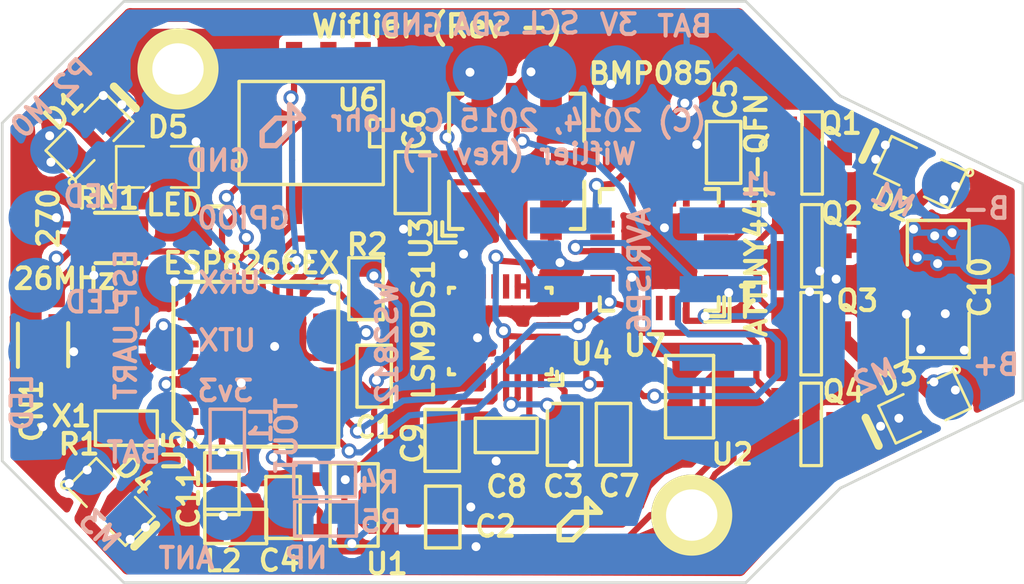
<source format=kicad_pcb>
(kicad_pcb (version 3) (host pcbnew "(2013-jul-07)-stable")
  (title_block (title Wiflier) (rev -))
  (layers (15 F.Cu signal) (0 B.Cu signal) (18 B.Paste user) (19 F.Paste user) (20 B.SilkS user) (21 F.SilkS user) (22 B.Mask user) (23 F.Mask user) (28 Edge.Cuts user))
  (net 0 "")
  (net 1 +3.3V)
  (net 2 +3.3VP)
  (net 3 +BATT)
  (net 4 AVRMISO)
  (net 5 AVRRST)
  (net 6 GND)
  (net 7 GP5)
  (net 8 GPIO0)
  (net 9 GPIO2)
  (net 10 M0P)
  (net 11 M1P)
  (net 12 M2P)
  (net 13 M3P)
  (net 14 MTR0)
  (net 15 MTR1)
  (net 16 MTR2)
  (net 17 MTR3)
  (net 18 N-0000012)
  (net 19 N-0000013)
  (net 20 N-0000015)
  (net 21 N-0000016)
  (net 22 N-0000017)
  (net 23 N-0000018)
  (net 24 N-0000020)
  (net 25 N-0000021)
  (net 26 N-0000037)
  (net 27 N-0000040)
  (net 28 N-0000041)
  (net 29 N-0000051)
  (net 30 N-0000052)
  (net 31 N-0000053)
  (net 32 N-0000054)
  (net 33 N-000008)
  (net 34 SCL)
  (net 35 SDA)
  (net 36 TOUT)
  (net 37 URX)
  (net 38 UTX)
  (module QFN20 (layer F.Cu) (at 69.74332 58.41746 180)
    (fp_text reference U7 (at 0.5334 -3.48742 180) (layer F.SilkS) (effects (font (size 0.762 0.762) (thickness 0.1524))))
    (fp_text value ATTINY441-QFN (at -3.58648 1.34366 270) (layer F.SilkS) (effects (font (size 0.762 0.762) (thickness 0.1524))))
    (pad 21 smd rect (at 0 0 180) (size 2.75 2.75) (layers F.Cu F.Paste F.Mask) (net 6 GND))
    (pad 1 smd rect (at -2.1 -1 180) (size 0.9 0.25) (layers F.Cu F.Paste F.Mask) (net 34 SCL))
    (pad 2 smd rect (at -2.1 -0.5 180) (size 0.9 0.25) (layers F.Cu F.Paste F.Mask) (net 16 MTR2))
    (pad 3 smd rect (at -2.1 0 180) (size 0.9 0.25) (layers F.Cu F.Paste F.Mask) (net 15 MTR1))
    (pad 4 smd rect (at -2.1 0.5 180) (size 0.9 0.25) (layers F.Cu F.Paste F.Mask) (net 14 MTR0))
    (pad 5 smd rect (at -2.1 1 180) (size 0.9 0.25) (layers F.Cu F.Paste F.Mask) (net 26 N-0000037))
    (pad 6 smd rect (at -1 2.1 270) (size 0.9 0.25) (layers F.Cu F.Paste F.Mask))
    (pad 7 smd rect (at -0.5 2.1 270) (size 0.9 0.25) (layers F.Cu F.Paste F.Mask))
    (pad 8 smd rect (at 0 2.1 270) (size 0.9 0.25) (layers F.Cu F.Paste F.Mask) (net 6 GND))
    (pad 9 smd rect (at 0.5 2.1 270) (size 0.9 0.25) (layers F.Cu F.Paste F.Mask) (net 3 +BATT))
    (pad 10 smd rect (at 1 2.1 270) (size 0.9 0.25) (layers F.Cu F.Paste F.Mask))
    (pad 11 smd rect (at 2.1 1) (size 0.9 0.25) (layers F.Cu F.Paste F.Mask))
    (pad 12 smd rect (at 2.1 0.5) (size 0.9 0.25) (layers F.Cu F.Paste F.Mask))
    (pad 13 smd rect (at 2.1 0) (size 0.9 0.25) (layers F.Cu F.Paste F.Mask) (net 5 AVRRST))
    (pad 14 smd rect (at 2.1 -0.5) (size 0.9 0.25) (layers F.Cu F.Paste F.Mask))
    (pad 15 smd rect (at 2.1 -1) (size 0.9 0.25) (layers F.Cu F.Paste F.Mask) (net 17 MTR3))
    (pad 16 smd rect (at 1 -2.1 90) (size 0.9 0.25) (layers F.Cu F.Paste F.Mask) (net 35 SDA))
    (pad 17 smd rect (at 0.5 -2.1 90) (size 0.9 0.25) (layers F.Cu F.Paste F.Mask))
    (pad 18 smd rect (at 0 -2.1 90) (size 0.9 0.25) (layers F.Cu F.Paste F.Mask))
    (pad 19 smd rect (at -0.5 -2.1 90) (size 0.9 0.25) (layers F.Cu F.Paste F.Mask))
    (pad 20 smd rect (at -1 -2.1 90) (size 0.9 0.25) (layers F.Cu F.Paste F.Mask) (net 4 AVRMISO))
  )
  (module RIBBON6SMT (layer B.Cu) (at 66.4718 57.27954 270)
    (fp_text reference J1 (at -1.33604 -6.9469 360) (layer B.SilkS) (effects (font (size 0.762 0.762) (thickness 0.1524)) (justify mirror)))
    (fp_text value AVRISP6 (at 1.85166 -2.54 270) (layer B.SilkS) (effects (font (size 0.762 0.762) (thickness 0.1524)) (justify mirror)))
    (pad 2 smd rect (at 0 0 270) (size 0.9652 3.0226) (layers B.Cu B.Paste B.Mask) (net 3 +BATT))
    (pad 4 smd rect (at 2.54 0 270) (size 0.9652 3.0226) (layers B.Cu B.Paste B.Mask) (net 35 SDA))
    (pad 6 smd rect (at 5.08 0 270) (size 0.9652 3.0226) (layers B.Cu B.Paste B.Mask) (net 6 GND))
    (pad 1 smd rect (at 0 -5.5372 270) (size 0.9652 3.0226) (layers B.Cu B.Paste B.Mask) (net 4 AVRMISO))
    (pad 3 smd rect (at 2.54 -5.5372 270) (size 0.9652 3.0226) (layers B.Cu B.Paste B.Mask) (net 34 SCL))
    (pad 5 smd rect (at 5.08 -5.5372 270) (size 0.9652 3.0226) (layers B.Cu B.Paste B.Mask) (net 5 AVRRST))
  )
  (module XTAL4P (layer F.Cu) (at 50.31486 60.61456 270)
    (fp_text reference X1 (at 3.90144 2.30886 360) (layer F.SilkS) (effects (font (size 0.762 0.762) (thickness 0.1524))))
    (fp_text value 26MHz (at -1.18094 2.56752 360) (layer F.SilkS) (effects (font (size 0.762 0.762) (thickness 0.1524))))
    (pad 4 smd rect (at 0 0 270) (size 1.397 1.1938) (layers F.Cu F.Paste F.Mask) (net 6 GND))
    (pad 1 smd rect (at 0 1.7018 270) (size 1.397 1.1938) (layers F.Cu F.Paste F.Mask) (net 21 N-0000016))
    (pad 3 smd rect (at 2.286 1.7018 270) (size 1.397 1.1938) (layers F.Cu F.Paste F.Mask) (net 6 GND))
    (pad 2 smd rect (at 2.286 0 270) (size 1.397 1.1938) (layers F.Cu F.Paste F.Mask) (net 19 N-0000013))
  )
  (module SOT23GDS (layer F.Cu) (at 75.3872 58.2168 90)
    (fp_text reference Q2 (at 1.1938 1.1176 180) (layer F.SilkS) (effects (font (size 0.762 0.762) (thickness 0.1524))))
    (fp_text value 7A_20V hide)
    (pad S smd rect (at -0.889 -1.016 90) (size 0.9144 0.9144) (layers F.Cu F.Paste F.Mask) (net 6 GND))
    (pad G smd rect (at 0.889 -1.016 90) (size 0.9144 0.9144) (layers F.Cu F.Paste F.Mask) (net 15 MTR1))
    (pad D smd rect (at 0 1.016 90) (size 0.9144 0.9144) (layers F.Cu F.Paste F.Mask) (net 11 M1P))
  )
  (module SOT23GDS (layer F.Cu) (at 75.39736 54.78272 90)
    (fp_text reference Q1 (at 1.08712 1.06934 180) (layer F.SilkS) (effects (font (size 0.762 0.762) (thickness 0.1524))))
    (fp_text value 7A_20V hide)
    (pad S smd rect (at -0.889 -1.016 90) (size 0.9144 0.9144) (layers F.Cu F.Paste F.Mask) (net 6 GND))
    (pad G smd rect (at 0.889 -1.016 90) (size 0.9144 0.9144) (layers F.Cu F.Paste F.Mask) (net 14 MTR0))
    (pad D smd rect (at 0 1.016 90) (size 0.9144 0.9144) (layers F.Cu F.Paste F.Mask) (net 10 M0P))
  )
  (module SOT23GDS (layer F.Cu) (at 75.3618 61.468 90)
    (fp_text reference Q3 (at 1.2192 1.7018 180) (layer F.SilkS) (effects (font (size 0.762 0.762) (thickness 0.1524))))
    (fp_text value 7A_20V hide)
    (pad S smd rect (at -0.889 -1.016 90) (size 0.9144 0.9144) (layers F.Cu F.Paste F.Mask) (net 6 GND))
    (pad G smd rect (at 0.889 -1.016 90) (size 0.9144 0.9144) (layers F.Cu F.Paste F.Mask) (net 16 MTR2))
    (pad D smd rect (at 0 1.016 90) (size 0.9144 0.9144) (layers F.Cu F.Paste F.Mask) (net 12 M2P))
  )
  (module SOT23GDS (layer F.Cu) (at 75.3618 64.8208 90)
    (fp_text reference Q4 (at 1.2192 1.1938 180) (layer F.SilkS) (effects (font (size 0.762 0.762) (thickness 0.1524))))
    (fp_text value 7A_20V hide)
    (pad S smd rect (at -0.889 -1.016 90) (size 0.9144 0.9144) (layers F.Cu F.Paste F.Mask) (net 6 GND))
    (pad G smd rect (at 0.889 -1.016 90) (size 0.9144 0.9144) (layers F.Cu F.Paste F.Mask) (net 17 MTR3))
    (pad D smd rect (at 0 1.016 90) (size 0.9144 0.9144) (layers F.Cu F.Paste F.Mask) (net 13 M3P))
  )
  (module SOT23-5 (layer F.Cu) (at 70.8637 63.7965 90)
    (fp_text reference U2 (at -2.1295 1.5803 180) (layer F.SilkS) (effects (font (size 0.762 0.762) (thickness 0.1524))))
    (fp_text value MCP1824/3.0 hide)
    (pad 1 smd rect (at -0.9525 1.27 90) (size 0.508 0.762) (layers F.Cu F.Paste F.Mask) (net 3 +BATT))
    (pad 3 smd rect (at 0.9525 1.27 90) (size 0.508 0.762) (layers F.Cu F.Paste F.Mask) (net 3 +BATT))
    (pad 5 smd rect (at -0.9525 -1.27 90) (size 0.508 0.762) (layers F.Cu F.Paste F.Mask) (net 2 +3.3VP))
    (pad 2 smd rect (at 0 1.27 90) (size 0.508 0.762) (layers F.Cu F.Paste F.Mask) (net 6 GND))
    (pad 4 smd rect (at 0.9525 -1.27 90) (size 0.508 0.762) (layers F.Cu F.Paste F.Mask))
  )
  (module SOT23-5 (layer F.Cu) (at 58.4581 67.80022 90)
    (fp_text reference U1 (at -2.18186 1.21158 180) (layer F.SilkS) (effects (font (size 0.762 0.762) (thickness 0.1524))))
    (fp_text value MCP1824/3.0 hide)
    (pad 1 smd rect (at -0.9525 1.27 90) (size 0.508 0.762) (layers F.Cu F.Paste F.Mask) (net 3 +BATT))
    (pad 3 smd rect (at 0.9525 1.27 90) (size 0.508 0.762) (layers F.Cu F.Paste F.Mask) (net 3 +BATT))
    (pad 5 smd rect (at -0.9525 -1.27 90) (size 0.508 0.762) (layers F.Cu F.Paste F.Mask) (net 1 +3.3V))
    (pad 2 smd rect (at 0 1.27 90) (size 0.508 0.762) (layers F.Cu F.Paste F.Mask) (net 6 GND))
    (pad 4 smd rect (at 0.9525 -1.27 90) (size 0.508 0.762) (layers F.Cu F.Paste F.Mask))
  )
  (module SO8E (layer F.Cu) (at 56.8706 54.04358 180)
    (fp_text reference U6 (at -1.7421 1.2237 180) (layer F.SilkS) (effects (font (size 0.762 0.762) (thickness 0.1524))))
    (fp_text value W25Q80DV hide)
    (pad 8 smd rect (at -1.905 -2.667 180) (size 0.59944 1.39954) (layers F.Cu F.Paste F.Mask) (net 1 +3.3V))
    (pad 1 smd rect (at -1.905 2.667 180) (size 0.59944 1.39954) (layers F.Cu F.Paste F.Mask) (net 31 N-0000053))
    (pad 7 smd rect (at -0.635 -2.667 180) (size 0.59944 1.39954) (layers F.Cu F.Paste F.Mask) (net 30 N-0000052))
    (pad 6 smd rect (at 0.635 -2.667 180) (size 0.59944 1.39954) (layers F.Cu F.Paste F.Mask) (net 32 N-0000054))
    (pad 5 smd rect (at 1.905 -2.667 180) (size 0.59944 1.39954) (layers F.Cu F.Paste F.Mask) (net 28 N-0000041))
    (pad 2 smd rect (at -0.635 2.667 180) (size 0.59944 1.39954) (layers F.Cu F.Paste F.Mask) (net 27 N-0000040))
    (pad 3 smd rect (at 0.635 2.667 180) (size 0.59944 1.39954) (layers F.Cu F.Paste F.Mask) (net 29 N-0000051))
    (pad 4 smd rect (at 1.905 2.667 180) (size 0.59944 1.39954) (layers F.Cu F.Paste F.Mask) (net 6 GND))
  )
  (module SM1206 (layer F.Cu) (at 80.0608 59.817 90)
    (fp_text reference C10 (at 0.071 1.5352 90) (layer F.SilkS) (effects (font (size 0.762 0.762) (thickness 0.1524))))
    (fp_text value 100uF hide)
    (pad 1 smd rect (at -1.651 0 90) (size 1.524 2.032) (layers F.Cu F.Paste F.Mask) (net 3 +BATT))
    (pad 2 smd rect (at 1.651 0 90) (size 1.524 2.032) (layers F.Cu F.Paste F.Mask) (net 6 GND))
  )
  (module SM0603 (layer F.Cu) (at 54.07914 68.59524)
    (fp_text reference L2 (at -0.45974 1.27762) (layer F.SilkS) (effects (font (size 0.762 0.762) (thickness 0.1524))))
    (fp_text value NP hide)
    (pad 1 smd rect (at -0.762 0) (size 0.635 1.143) (layers F.Cu F.Paste F.Mask) (net 18 N-0000012))
    (pad 2 smd rect (at 0.762 0) (size 0.635 1.143) (layers F.Cu F.Paste F.Mask) (net 6 GND))
  )
  (module SM0603 (layer F.Cu) (at 64.08166 65.22974)
    (fp_text reference C8 (at 0.01524 1.88976) (layer F.SilkS) (effects (font (size 0.762 0.762) (thickness 0.1524))))
    (fp_text value .1u hide)
    (pad 1 smd rect (at -0.762 0) (size 0.635 1.143) (layers F.Cu F.Paste F.Mask) (net 6 GND))
    (pad 2 smd rect (at 0.762 0) (size 0.635 1.143) (layers F.Cu F.Paste F.Mask) (net 22 N-0000017))
  )
  (module SM0603 (layer F.Cu) (at 68.0496 65.1888 270)
    (fp_text reference C7 (at 1.91292 -0.20782 360) (layer F.SilkS) (effects (font (size 0.762 0.762) (thickness 0.1524))))
    (fp_text value .1u hide)
    (pad 1 smd rect (at -0.762 0 270) (size 0.635 1.143) (layers F.Cu F.Paste F.Mask) (net 2 +3.3VP))
    (pad 2 smd rect (at 0.762 0 270) (size 0.635 1.143) (layers F.Cu F.Paste F.Mask) (net 6 GND))
  )
  (module SM0603 (layer F.Cu) (at 61.71438 65.41262 90)
    (fp_text reference C9 (at -0.10668 -1.08458 90) (layer F.SilkS) (effects (font (size 0.762 0.762) (thickness 0.1524))))
    (fp_text value 10nF hide)
    (pad 1 smd rect (at -0.762 0 90) (size 0.635 1.143) (layers F.Cu F.Paste F.Mask) (net 6 GND))
    (pad 2 smd rect (at 0.762 0 90) (size 0.635 1.143) (layers F.Cu F.Paste F.Mask) (net 23 N-0000018))
  )
  (module SM0603 (layer F.Cu) (at 60.6108 55.8822 90)
    (fp_text reference C6 (at 1.951 0.0746 90) (layer F.SilkS) (effects (font (size 0.762 0.762) (thickness 0.1524))))
    (fp_text value .1u hide)
    (pad 1 smd rect (at -0.762 0 90) (size 0.635 1.143) (layers F.Cu F.Paste F.Mask) (net 6 GND))
    (pad 2 smd rect (at 0.762 0 90) (size 0.635 1.143) (layers F.Cu F.Paste F.Mask) (net 2 +3.3VP))
  )
  (module SM0603 (layer F.Cu) (at 72.1233 54.7624 270)
    (fp_text reference C5 (at -1.97866 -0.0762 270) (layer F.SilkS) (effects (font (size 0.762 0.762) (thickness 0.1524))))
    (fp_text value 1u hide)
    (pad 1 smd rect (at -0.762 0 270) (size 0.635 1.143) (layers F.Cu F.Paste F.Mask) (net 6 GND))
    (pad 2 smd rect (at 0.762 0 270) (size 0.635 1.143) (layers F.Cu F.Paste F.Mask) (net 26 N-0000037))
  )
  (module SM0603 (layer F.Cu) (at 66.24066 65.19164 270)
    (fp_text reference C3 (at 1.92786 0.04572 360) (layer F.SilkS) (effects (font (size 0.762 0.762) (thickness 0.1524))))
    (fp_text value 10uF hide)
    (pad 1 smd rect (at -0.762 0 270) (size 0.635 1.143) (layers F.Cu F.Paste F.Mask) (net 2 +3.3VP))
    (pad 2 smd rect (at 0.762 0 270) (size 0.635 1.143) (layers F.Cu F.Paste F.Mask) (net 6 GND))
  )
  (module SM0603 (layer B.Cu) (at 53.76672 65.40246 90)
    (fp_text reference L1 (at 0.55626 1.25476 90) (layer B.SilkS) (effects (font (size 0.762 0.762) (thickness 0.1524)) (justify mirror)))
    (fp_text value NP hide)
    (pad 1 smd rect (at -0.762 0 90) (size 0.635 1.143) (layers B.Cu B.Paste B.Mask) (net 33 N-000008))
    (pad 2 smd rect (at 0.762 0 90) (size 0.635 1.143) (layers B.Cu B.Paste B.Mask) (net 6 GND))
  )
  (module SM0603 (layer F.Cu) (at 59.19978 63.03772 90)
    (fp_text reference C1 (at -1.89484 0.04318 180) (layer F.SilkS) (effects (font (size 0.762 0.762) (thickness 0.1524))))
    (fp_text value 10uF hide)
    (pad 1 smd rect (at -0.762 0 90) (size 0.635 1.143) (layers F.Cu F.Paste F.Mask) (net 1 +3.3V))
    (pad 2 smd rect (at 0.762 0 90) (size 0.635 1.143) (layers F.Cu F.Paste F.Mask) (net 6 GND))
  )
  (module SM0603 (layer F.Cu) (at 61.73724 68.24726 90)
    (fp_text reference C2 (at -0.34798 1.95072 180) (layer F.SilkS) (effects (font (size 0.762 0.762) (thickness 0.1524))))
    (fp_text value 10uF hide)
    (pad 1 smd rect (at -0.762 0 90) (size 0.635 1.143) (layers F.Cu F.Paste F.Mask) (net 3 +BATT))
    (pad 2 smd rect (at 0.762 0 90) (size 0.635 1.143) (layers F.Cu F.Paste F.Mask) (net 6 GND))
  )
  (module SM0603 (layer F.Cu) (at 53.5686 67.01536 270)
    (fp_text reference C11 (at 0.54356 1.22682 270) (layer F.SilkS) (effects (font (size 0.762 0.762) (thickness 0.1524))))
    (fp_text value 5.6pF hide)
    (pad 1 smd rect (at -0.762 0 270) (size 0.635 1.143) (layers F.Cu F.Paste F.Mask) (net 33 N-000008))
    (pad 2 smd rect (at 0.762 0 270) (size 0.635 1.143) (layers F.Cu F.Paste F.Mask) (net 18 N-0000012))
  )
  (module QFN32 (layer F.Cu) (at 54.8237 62.5972 90)
    (fp_text reference U5 (at -3.19388 -3.01024 90) (layer F.SilkS) (effects (font (size 0.762 0.762) (thickness 0.1524))))
    (fp_text value ESP8266EX (at 3.74032 -0.17306 180) (layer F.SilkS) (effects (font (size 0.762 0.762) (thickness 0.1524))))
    (pad 31 smd rect (at -1.24968 -2.49936 90) (size 0.254 0.762) (layers F.Cu F.Paste F.Mask) (net 20 N-0000015))
    (pad 30 smd rect (at -0.7493 -2.49936 90) (size 0.254 0.762) (layers F.Cu F.Paste F.Mask) (net 1 +3.3V))
    (pad 29 smd rect (at -0.24892 -2.49936 90) (size 0.254 0.762) (layers F.Cu F.Paste F.Mask) (net 1 +3.3V))
    (pad 32 smd rect (at -1.75006 -2.49936 90) (size 0.254 0.762) (layers F.Cu F.Paste F.Mask))
    (pad 1 smd rect (at -2.49936 -1.75006 180) (size 0.254 0.762) (layers F.Cu F.Paste F.Mask) (net 1 +3.3V))
    (pad 2 smd rect (at -2.49936 -1.24968 180) (size 0.254 0.762) (layers F.Cu F.Paste F.Mask) (net 33 N-000008))
    (pad 3 smd rect (at -2.49936 -0.7493 180) (size 0.254 0.762) (layers F.Cu F.Paste F.Mask) (net 1 +3.3V))
    (pad 4 smd rect (at -2.49936 -0.24892 180) (size 0.254 0.762) (layers F.Cu F.Paste F.Mask) (net 1 +3.3V))
    (pad 5 smd rect (at -2.49936 0.24892 180) (size 0.254 0.762) (layers F.Cu F.Paste F.Mask))
    (pad 6 smd rect (at -2.49936 0.7493 180) (size 0.254 0.762) (layers F.Cu F.Paste F.Mask) (net 36 TOUT))
    (pad 7 smd rect (at -2.49936 1.24968 180) (size 0.254 0.762) (layers F.Cu F.Paste F.Mask) (net 1 +3.3V))
    (pad 8 smd rect (at -2.49936 1.75006 180) (size 0.254 0.762) (layers F.Cu F.Paste F.Mask))
    (pad 16 smd rect (at 1.75006 2.49936 90) (size 0.254 0.762) (layers F.Cu F.Paste F.Mask))
    (pad 9 smd rect (at -1.75006 2.49936 90) (size 0.254 0.762) (layers F.Cu F.Paste F.Mask) (net 34 SCL))
    (pad 10 smd rect (at -1.24968 2.49936 90) (size 0.254 0.762) (layers F.Cu F.Paste F.Mask) (net 35 SDA))
    (pad 11 smd rect (at -0.7493 2.49936 90) (size 0.254 0.762) (layers F.Cu F.Paste F.Mask) (net 1 +3.3V))
    (pad 12 smd rect (at -0.24892 2.49936 90) (size 0.254 0.762) (layers F.Cu F.Paste F.Mask) (net 1 +3.3V))
    (pad 13 smd rect (at 0.24892 2.49936 90) (size 0.254 0.762) (layers F.Cu F.Paste F.Mask) (net 6 GND))
    (pad 14 smd rect (at 0.7493 2.49936 90) (size 0.254 0.762) (layers F.Cu F.Paste F.Mask) (net 9 GPIO2))
    (pad 15 smd rect (at 1.24968 2.49936 90) (size 0.254 0.762) (layers F.Cu F.Paste F.Mask) (net 8 GPIO0))
    (pad 17 smd rect (at 2.49936 1.75006 180) (size 0.254 0.762) (layers F.Cu F.Paste F.Mask) (net 1 +3.3V))
    (pad 18 smd rect (at 2.49936 1.24968 180) (size 0.254 0.762) (layers F.Cu F.Paste F.Mask) (net 30 N-0000052))
    (pad 19 smd rect (at 2.49936 0.7493 180) (size 0.254 0.762) (layers F.Cu F.Paste F.Mask) (net 29 N-0000051))
    (pad 20 smd rect (at 2.49936 0.24892 180) (size 0.254 0.762) (layers F.Cu F.Paste F.Mask) (net 31 N-0000053))
    (pad 21 smd rect (at 2.49936 -0.24892 180) (size 0.254 0.762) (layers F.Cu F.Paste F.Mask) (net 32 N-0000054))
    (pad 22 smd rect (at 2.49936 -0.7493 180) (size 0.254 0.762) (layers F.Cu F.Paste F.Mask) (net 27 N-0000040))
    (pad 23 smd rect (at 2.49936 -1.24968 180) (size 0.254 0.762) (layers F.Cu F.Paste F.Mask) (net 28 N-0000041))
    (pad 24 smd rect (at 2.49936 -1.75006 180) (size 0.254 0.762) (layers F.Cu F.Paste F.Mask) (net 7 GP5))
    (pad 25 smd rect (at 1.75006 -2.49936 90) (size 0.254 0.762) (layers F.Cu F.Paste F.Mask) (net 37 URX))
    (pad 26 smd rect (at 1.24968 -2.49936 90) (size 0.254 0.762) (layers F.Cu F.Paste F.Mask) (net 38 UTX))
    (pad 27 smd rect (at 0.7493 -2.49936 90) (size 0.254 0.762) (layers F.Cu F.Paste F.Mask) (net 21 N-0000016))
    (pad 28 smd rect (at 0.24892 -2.49936 90) (size 0.254 0.762) (layers F.Cu F.Paste F.Mask) (net 19 N-0000013))
    (pad 33 smd rect (at 0 0 90) (size 2.99974 2.99974) (layers F.Cu F.Paste F.Mask) (net 6 GND))
  )
  (module NETWORK0606 (layer F.Cu) (at 46.95444 61.89472 90)
    (fp_text reference CN1 (at -2.42824 -0.4191 90) (layer F.SilkS) (effects (font (size 0.762 0.762) (thickness 0.1524))))
    (fp_text value 10p hide)
    (pad 1 smd rect (at -0.8 -0.5 90) (size 0.7 0.6) (layers F.Cu F.Paste F.Mask) (net 19 N-0000013))
    (pad 2 smd rect (at 0.8 -0.5 90) (size 0.7 0.6) (layers F.Cu F.Paste F.Mask) (net 6 GND))
    (pad 3 smd rect (at -0.8 0.5 90) (size 0.7 0.6) (layers F.Cu F.Paste F.Mask) (net 6 GND))
    (pad 4 smd rect (at 0.8 0.5 90) (size 0.7 0.6) (layers F.Cu F.Paste F.Mask) (net 21 N-0000016))
  )
  (module BMP085 (layer F.Cu) (at 64.4693 55.0929 90)
    (fp_text reference U3 (at -2.8445 -3.5347 90) (layer F.SilkS) (effects (font (size 0.762 0.762) (thickness 0.1524))))
    (fp_text value BMP085 (at 3.24642 4.9616 180) (layer F.SilkS) (effects (font (size 0.762 0.762) (thickness 0.1524))))
    (pad 1 smd rect (at -2.065 -1.27 90) (size 1.67 0.8) (layers F.Cu F.Paste F.Mask) (net 6 GND))
    (pad 2 smd rect (at -2.065 0 90) (size 1.67 0.8) (layers F.Cu F.Paste F.Mask))
    (pad 3 smd rect (at -2.065 1.27 90) (size 1.67 0.8) (layers F.Cu F.Paste F.Mask) (net 2 +3.3VP))
    (pad 4 smd rect (at 0 2.1 180) (size 1.67 0.8) (layers F.Cu F.Paste F.Mask) (net 2 +3.3VP))
    (pad 5 smd rect (at 2.065 1.27 90) (size 1.67 0.8) (layers F.Cu F.Paste F.Mask))
    (pad 6 smd rect (at 2.065 0 90) (size 1.67 0.8) (layers F.Cu F.Paste F.Mask) (net 34 SCL))
    (pad 7 smd rect (at 2.065 -1.27 90) (size 1.67 0.8) (layers F.Cu F.Paste F.Mask) (net 35 SDA))
    (pad 8 smd rect (at 0 -1.66 180) (size 2.5 0.8) (layers F.Cu F.Paste F.Mask))
  )
  (module SMT_1x6 (layer B.Cu) (at 51.6255 60.6933 270)
    (fp_text reference P32 hide)
    (fp_text value ESP_UART (at 0.43434 1.61036 270) (layer B.SilkS) (effects (font (size 0.762 0.762) (thickness 0.1524)) (justify mirror)))
    (pad 1 smd rect (at -6.35 0 270) (size 1.778 1.778) (layers B.Cu B.Paste B.Mask) (net 6 GND))
    (pad 2 smd circle (at -3.81 0 270) (size 1.778 1.778) (layers B.Cu B.Paste B.Mask) (net 8 GPIO0))
    (pad 3 smd circle (at -1.27 0 270) (size 1.778 1.778) (layers B.Cu B.Paste B.Mask) (net 37 URX))
    (pad 4 smd circle (at 1.27 0 270) (size 1.778 1.778) (layers B.Cu B.Paste B.Mask) (net 38 UTX))
    (pad 5 smd circle (at 3.81 0 270) (size 1.778 1.778) (layers B.Cu B.Paste B.Mask) (net 1 +3.3V))
    (pad 6 smd circle (at 6.35 0 270) (size 1.778 1.778) (layers B.Cu B.Paste B.Mask) (net 3 +BATT))
  )
  (module .1SMTPIN (layer B.Cu) (at 53.68798 68.08978)
    (fp_text reference P6 hide)
    (fp_text value ANT (at -1.43002 1.67894) (layer B.SilkS) (effects (font (size 0.762 0.762) (thickness 0.1524)) (justify mirror)))
    (pad 1 smd circle (at 0 0) (size 2.032 2.032) (layers B.Cu B.Paste B.Mask) (net 18 N-0000012))
  )
  (module SMT_1x2 (layer B.Cu) (at 48.26508 53.76672 225)
    (fp_text reference P2 (at -1.099183 1.390144 225) (layer B.SilkS) (effects (font (size 0.762 0.762) (thickness 0.1524)) (justify mirror)))
    (fp_text value M0 (at 1.003993 1.438637 225) (layer B.SilkS) (effects (font (size 0.762 0.762) (thickness 0.1524)) (justify mirror)))
    (pad 1 smd rect (at -1.27 0 225) (size 1.778 1.778) (layers B.Cu B.Paste B.Mask) (net 3 +BATT))
    (pad 2 smd circle (at 1.27 0 225) (size 1.778 1.778) (layers B.Cu B.Paste B.Mask) (net 10 M0P))
  )
  (module SMT_1x2 (layer B.Cu) (at 79.194 55.426 335)
    (fp_text reference P3 hide)
    (fp_text value M1 (at -0.28425 1.306101 335) (layer B.SilkS) (effects (font (size 0.762 0.762) (thickness 0.1524)) (justify mirror)))
    (pad 1 smd rect (at -1.27 0 335) (size 1.778 1.778) (layers B.Cu B.Paste B.Mask) (net 3 +BATT))
    (pad 2 smd circle (at 1.27 0 335) (size 1.778 1.778) (layers B.Cu B.Paste B.Mask) (net 11 M1P))
  )
  (module SMT_1x2 (layer B.Cu) (at 79.3242 64.3128 25)
    (fp_text reference P4 hide)
    (fp_text value M2 (at -0.913549 -1.827285 25) (layer B.SilkS) (effects (font (size 0.762 0.762) (thickness 0.1524)) (justify mirror)))
    (pad 1 smd rect (at -1.27 0 25) (size 1.778 1.778) (layers B.Cu B.Paste B.Mask) (net 3 +BATT))
    (pad 2 smd circle (at 1.27 0 25) (size 1.778 1.778) (layers B.Cu B.Paste B.Mask) (net 12 M2P))
  )
  (module SMT_1x2 (layer B.Cu) (at 49.55032 67.4497 135)
    (fp_text reference P5 hide)
    (fp_text value M3 (at -0.562164 -1.269808 135) (layer B.SilkS) (effects (font (size 0.762 0.762) (thickness 0.1524)) (justify mirror)))
    (pad 1 smd rect (at -1.27 0 135) (size 1.778 1.778) (layers B.Cu B.Paste B.Mask) (net 3 +BATT))
    (pad 2 smd circle (at 1.27 0 135) (size 1.778 1.778) (layers B.Cu B.Paste B.Mask) (net 13 M3P))
  )
  (module .1SMTPIN (layer B.Cu) (at 81.7118 58.4454)
    (fp_text reference P24 hide)
    (fp_text value B- (at 0.12192 -1.61036) (layer B.SilkS) (effects (font (size 0.762 0.762) (thickness 0.1524)) (justify mirror)))
    (pad 1 smd circle (at 0 0) (size 2.032 2.032) (layers B.Cu B.Paste B.Mask) (net 6 GND))
  )
  (module .1SMTPIN (layer B.Cu) (at 81.6102 61.1124)
    (fp_text reference P21 hide)
    (fp_text value B+ (at 0.57912 1.50114) (layer B.SilkS) (effects (font (size 0.762 0.762) (thickness 0.1524)) (justify mirror)))
    (pad 1 smd circle (at 0 0) (size 2.032 2.032) (layers B.Cu B.Paste B.Mask) (net 3 +BATT))
  )
  (module .1SMTPIN (layer B.Cu) (at 57.70626 61.5823)
    (fp_text reference P1 hide)
    (fp_text value WS2812 (at 1.97358 0.21844 90) (layer B.SilkS) (effects (font (size 0.762 0.762) (thickness 0.1524)) (justify mirror)))
    (pad 1 smd circle (at 0 0) (size 2.032 2.032) (layers B.Cu B.Paste B.Mask) (net 9 GPIO2))
  )
  (module HOLE-1.9MM (layer F.Cu) (at 51.944 51.676)
    (fp_text reference P7 hide)
    (fp_text value ~ hide)
    (pad 1 thru_hole circle (at 0 0) (size 3 3) (drill 1.9) (layers *.Cu *.Mask F.SilkS) (net 6 GND))
  )
  (module HOLE-1.9MM (layer F.Cu) (at 70.944 68.176)
    (fp_text reference P8 hide)
    (fp_text value ~ hide)
    (pad 1 thru_hole circle (at 0 0) (size 3 3) (drill 1.9) (layers *.Cu *.Mask F.SilkS) (net 3 +BATT))
  )
  (module SM0603 (layer F.Cu) (at 55.8292 67.8942 270)
    (fp_text reference C4 (at 1.96596 0.14224 360) (layer F.SilkS) (effects (font (size 0.762 0.762) (thickness 0.1524))))
    (fp_text value 1uF hide)
    (pad 1 smd rect (at -0.762 0 270) (size 0.635 1.143) (layers F.Cu F.Paste F.Mask) (net 1 +3.3V))
    (pad 2 smd rect (at 0.762 0 270) (size 0.635 1.143) (layers F.Cu F.Paste F.Mask) (net 6 GND))
  )
  (module .1SMTPIN (layer B.Cu) (at 63.119 51.816)
    (fp_text reference P9 hide)
    (fp_text value SDA (at 0.0762 -1.778) (layer B.SilkS) (effects (font (size 0.762 0.762) (thickness 0.1524)) (justify mirror)))
    (pad 1 smd circle (at 0 0) (size 2.032 2.032) (layers B.Cu B.Paste B.Mask) (net 35 SDA))
  )
  (module .1SMTPIN (layer B.Cu) (at 65.659 51.816)
    (fp_text reference P10 hide)
    (fp_text value SCL (at 0.0762 -1.8288) (layer B.SilkS) (effects (font (size 0.762 0.762) (thickness 0.1524)) (justify mirror)))
    (pad 1 smd circle (at 0 0) (size 2.032 2.032) (layers B.Cu B.Paste B.Mask) (net 34 SCL))
  )
  (module SM0603 (layer F.Cu) (at 50.03292 64.9605)
    (fp_text reference R1 (at -1.74752 0.5969) (layer F.SilkS) (effects (font (size 0.762 0.762) (thickness 0.1524))))
    (fp_text value 12k hide)
    (pad 1 smd rect (at -0.762 0) (size 0.635 1.143) (layers F.Cu F.Paste F.Mask) (net 6 GND))
    (pad 2 smd rect (at 0.762 0) (size 0.635 1.143) (layers F.Cu F.Paste F.Mask) (net 20 N-0000015))
  )
  (module SM0603 (layer F.Cu) (at 58.8964 59.8044 90)
    (fp_text reference R2 (at 1.6284 0.0476 180) (layer F.SilkS) (effects (font (size 0.762 0.762) (thickness 0.1524))))
    (fp_text value 12k hide)
    (pad 1 smd rect (at -0.762 0 90) (size 0.635 1.143) (layers F.Cu F.Paste F.Mask) (net 8 GPIO0))
    (pad 2 smd rect (at 0.762 0 90) (size 0.635 1.143) (layers F.Cu F.Paste F.Mask) (net 1 +3.3V))
  )
  (module .1SMTPIN (layer B.Cu) (at 68.199 51.816)
    (fp_text reference P11 hide)
    (fp_text value 3V (at 0.0508 -1.778) (layer B.SilkS) (effects (font (size 0.762 0.762) (thickness 0.1524)) (justify mirror)))
    (pad 1 smd circle (at 0 0) (size 2.032 2.032) (layers B.Cu B.Paste B.Mask) (net 2 +3.3VP))
  )
  (module .1SMTPIN (layer B.Cu) (at 60.579 51.816)
    (fp_text reference P12 hide)
    (fp_text value GND (at 0 -1.7526) (layer B.SilkS) (effects (font (size 0.762 0.762) (thickness 0.1524)) (justify mirror)))
    (pad 1 smd circle (at 0 0) (size 2.032 2.032) (layers B.Cu B.Paste B.Mask) (net 6 GND))
  )
  (module NETWORK0606 (layer F.Cu) (at 49.694 57.926 180)
    (fp_text reference RN1 (at 0.3418 1.4618 180) (layer F.SilkS) (effects (font (size 0.762 0.762) (thickness 0.1524))))
    (fp_text value 270 (at 2.54144 0.72774 270) (layer F.SilkS) (effects (font (size 0.762 0.762) (thickness 0.1524))))
    (pad 1 smd rect (at -0.8 -0.5 180) (size 0.7 0.6) (layers F.Cu F.Paste F.Mask) (net 7 GP5))
    (pad 2 smd rect (at 0.8 -0.5 180) (size 0.7 0.6) (layers F.Cu F.Paste F.Mask) (net 24 N-0000020))
    (pad 3 smd rect (at -0.8 0.5 180) (size 0.7 0.6) (layers F.Cu F.Paste F.Mask) (net 7 GP5))
    (pad 4 smd rect (at 0.8 0.5 180) (size 0.7 0.6) (layers F.Cu F.Paste F.Mask) (net 25 N-0000021))
  )
  (module .1SMTPIN (layer B.Cu) (at 46.694 59.676)
    (fp_text reference P13 hide)
    (fp_text value LED (at 2.11718 0.62614) (layer B.SilkS) (effects (font (size 0.762 0.762) (thickness 0.1524)) (justify mirror)))
    (pad 1 smd circle (at 0 0) (size 2.032 2.032) (layers B.Cu B.Paste B.Mask) (net 24 N-0000020))
  )
  (module .1SMTPIN (layer B.Cu) (at 46.694 57.176)
    (fp_text reference P14 hide)
    (fp_text value LED (at 2.05876 -0.78292) (layer B.SilkS) (effects (font (size 0.762 0.762) (thickness 0.1524)) (justify mirror)))
    (pad 1 smd circle (at 0 0) (size 2.032 2.032) (layers B.Cu B.Paste B.Mask) (net 25 N-0000021))
  )
  (module .1SMTPIN (layer B.Cu) (at 46.68266 62.13348)
    (fp_text reference P15 hide)
    (fp_text value LED (at -0.51308 1.87198 90) (layer B.SilkS) (effects (font (size 0.762 0.762) (thickness 0.1524)) (justify mirror)))
    (pad 1 smd circle (at 0 0) (size 2.032 2.032) (layers B.Cu B.Paste B.Mask) (net 6 GND))
  )
  (module .1SMTPIN (layer B.Cu) (at 70.75678 51.76774)
    (fp_text reference P16 hide)
    (fp_text value BAT (at -0.07112 -1.67132) (layer B.SilkS) (effects (font (size 0.762 0.762) (thickness 0.1524)) (justify mirror)))
    (pad 1 smd circle (at 0 0) (size 2.032 2.032) (layers B.Cu B.Paste B.Mask) (net 3 +BATT))
  )
  (module LGA-24B (layer F.Cu) (at 63.86322 61.36894 180)
    (fp_text reference U4 (at -3.37566 -0.84836 180) (layer F.SilkS) (effects (font (size 0.762 0.762) (thickness 0.1524))))
    (fp_text value LSM9DS1 (at 2.82956 0.05334 270) (layer F.SilkS) (effects (font (size 0.762 0.762) (thickness 0.1524))))
    (pad 1 smd rect (at -1.505 -1.65 270) (size 0.9 0.23) (layers F.Cu F.Paste F.Mask) (net 2 +3.3VP))
    (pad 2 smd rect (at -1.778 -0.645 180) (size 0.9 0.23) (layers F.Cu F.Paste F.Mask) (net 34 SCL))
    (pad 3 smd rect (at -1.778 -0.215 180) (size 0.9 0.23) (layers F.Cu F.Paste F.Mask) (net 2 +3.3VP))
    (pad 4 smd rect (at -1.778 0.215 180) (size 0.9 0.23) (layers F.Cu F.Paste F.Mask) (net 35 SDA))
    (pad 5 smd rect (at -1.778 0.645 180) (size 0.9 0.23) (layers F.Cu F.Paste F.Mask) (net 6 GND))
    (pad 6 smd rect (at -1.505 1.65 270) (size 0.9 0.23) (layers F.Cu F.Paste F.Mask) (net 6 GND))
    (pad 7 smd rect (at -1.075 1.65 270) (size 0.9 0.23) (layers F.Cu F.Paste F.Mask) (net 2 +3.3VP))
    (pad 8 smd rect (at -0.645 1.65 270) (size 0.9 0.23) (layers F.Cu F.Paste F.Mask) (net 2 +3.3VP))
    (pad 9 smd rect (at -0.215 1.65 270) (size 0.9 0.23) (layers F.Cu F.Paste F.Mask))
    (pad 10 smd rect (at 0.215 1.65 270) (size 0.9 0.23) (layers F.Cu F.Paste F.Mask))
    (pad 11 smd rect (at 0.645 1.65 270) (size 0.9 0.23) (layers F.Cu F.Paste F.Mask))
    (pad 12 smd rect (at 1.075 1.65 270) (size 0.9 0.23) (layers F.Cu F.Paste F.Mask))
    (pad 13 smd rect (at 1.505 1.65 270) (size 0.9 0.23) (layers F.Cu F.Paste F.Mask) (net 6 GND))
    (pad 14 smd rect (at 1.778 0.645 180) (size 0.9 0.23) (layers F.Cu F.Paste F.Mask) (net 6 GND))
    (pad 15 smd rect (at 1.778 0.215 180) (size 0.9 0.23) (layers F.Cu F.Paste F.Mask) (net 6 GND))
    (pad 16 smd rect (at 1.778 -0.215 180) (size 0.9 0.23) (layers F.Cu F.Paste F.Mask) (net 6 GND))
    (pad 17 smd rect (at 1.778 -0.645 180) (size 0.9 0.23) (layers F.Cu F.Paste F.Mask) (net 6 GND))
    (pad 18 smd rect (at 1.505 -1.65 270) (size 0.9 0.23) (layers F.Cu F.Paste F.Mask) (net 6 GND))
    (pad 19 smd rect (at 1.075 -1.65 270) (size 0.9 0.23) (layers F.Cu F.Paste F.Mask) (net 6 GND))
    (pad 20 smd rect (at 0.645 -1.65 270) (size 0.9 0.23) (layers F.Cu F.Paste F.Mask) (net 6 GND))
    (pad 21 smd rect (at 0.215 -1.65 270) (size 0.9 0.23) (layers F.Cu F.Paste F.Mask) (net 23 N-0000018))
    (pad 22 smd rect (at -0.215 -1.65 270) (size 0.9 0.23) (layers F.Cu F.Paste F.Mask) (net 2 +3.3VP))
    (pad 23 smd rect (at -0.645 -1.65 270) (size 0.9 0.23) (layers F.Cu F.Paste F.Mask) (net 2 +3.3VP))
    (pad 24 smd rect (at -1.075 -1.65 270) (size 0.9 0.23) (layers F.Cu F.Paste F.Mask) (net 22 N-0000017))
  )
  (module SM0603 (layer B.Cu) (at 57.36844 66.8655 180)
    (fp_text reference R4 (at -1.99898 -0.09906 180) (layer B.SilkS) (effects (font (size 0.762 0.762) (thickness 0.1524)) (justify mirror)))
    (fp_text value 12k hide)
    (pad 1 smd rect (at -0.762 0 180) (size 0.635 1.143) (layers B.Cu B.Paste B.Mask) (net 1 +3.3V))
    (pad 2 smd rect (at 0.762 0 180) (size 0.635 1.143) (layers B.Cu B.Paste B.Mask) (net 36 TOUT))
  )
  (module SM0603 (layer B.Cu) (at 57.40146 68.31838)
    (fp_text reference R5 (at 2.04724 0.09144) (layer B.SilkS) (effects (font (size 0.762 0.762) (thickness 0.1524)) (justify mirror)))
    (fp_text value NP (at -0.71882 1.44018) (layer B.SilkS) (effects (font (size 0.762 0.762) (thickness 0.1524)) (justify mirror)))
    (pad 1 smd rect (at -0.762 0) (size 0.635 1.143) (layers B.Cu B.Paste B.Mask) (net 36 TOUT))
    (pad 2 smd rect (at 0.762 0) (size 0.635 1.143) (layers B.Cu B.Paste B.Mask) (net 6 GND))
  )
  (module .1SMTPIN (layer B.Cu) (at 56.1213 67.65544)
    (fp_text reference P17 hide)
    (fp_text value TOUT (at -0.1651 -2.42316 90) (layer B.SilkS) (effects (font (size 0.762 0.762) (thickness 0.1524)) (justify mirror)))
    (pad 1 smd circle (at 0 0) (size 2.032 2.032) (layers B.Cu B.Paste B.Mask) (net 36 TOUT))
  )
  (module SM0805 (layer F.Cu) (at 48.66894 54.15534 45)
    (fp_text reference D1 (at 0 -1.347038 45) (layer F.SilkS) (effects (font (size 0.762 0.762) (thickness 0.1524))))
    (fp_text value 20V_500mA hide)
    (pad 1 smd rect (at -0.9525 0 45) (size 0.889 1.397) (layers F.Cu F.Paste F.Mask) (net 10 M0P))
    (pad 2 smd rect (at 0.9525 0 45) (size 0.889 1.397) (layers F.Cu F.Paste F.Mask) (net 3 +BATT))
  )
  (module SM0805 (layer F.Cu) (at 79.4004 55.499 155)
    (fp_text reference D2 (at 0.431483 -1.526824 155) (layer F.SilkS) (effects (font (size 0.762 0.762) (thickness 0.1524))))
    (fp_text value 20V_500mA hide)
    (pad 1 smd rect (at -0.9525 0 155) (size 0.889 1.397) (layers F.Cu F.Paste F.Mask) (net 11 M1P))
    (pad 2 smd rect (at 0.9525 0 155) (size 0.889 1.397) (layers F.Cu F.Paste F.Mask) (net 3 +BATT))
  )
  (module SM0805 (layer F.Cu) (at 79.5528 64.1858 205)
    (fp_text reference D3 (at 0.469804 1.390552 205) (layer F.SilkS) (effects (font (size 0.762 0.762) (thickness 0.1524))))
    (fp_text value 20V_500mA hide)
    (pad 1 smd rect (at -0.9525 0 205) (size 0.889 1.397) (layers F.Cu F.Paste F.Mask) (net 12 M2P))
    (pad 2 smd rect (at 0.9525 0 205) (size 0.889 1.397) (layers F.Cu F.Paste F.Mask) (net 3 +BATT))
  )
  (module SM0805 (layer F.Cu) (at 49.46142 67.68846 315)
    (fp_text reference D4 (at -0.053882 -1.347038 315) (layer F.SilkS) (effects (font (size 0.762 0.762) (thickness 0.1524))))
    (fp_text value 20V_500mA hide)
    (pad 1 smd rect (at -0.9525 0 315) (size 0.889 1.397) (layers F.Cu F.Paste F.Mask) (net 13 M3P))
    (pad 2 smd rect (at 0.9525 0 315) (size 0.889 1.397) (layers F.Cu F.Paste F.Mask) (net 3 +BATT))
  )
  (module SM0805 (layer F.Cu) (at 51.18354 55.29834)
    (fp_text reference D5 (at 0.38862 -1.4732) (layer F.SilkS) (effects (font (size 0.762 0.762) (thickness 0.1524))))
    (fp_text value LED- (at 1.09982 1.40716) (layer F.SilkS) (effects (font (size 0.762 0.762) (thickness 0.1524))))
    (pad 1 smd rect (at -0.9525 0) (size 0.889 1.397) (layers F.Cu F.Paste F.Mask) (net 25 N-0000021))
    (pad 2 smd rect (at 0.9525 0) (size 0.889 1.397) (layers F.Cu F.Paste F.Mask) (net 6 GND))
  )
  (gr_text "Wiflier (Rev -)" (at 61.5315 50.1015) (layer F.SilkS) (effects (font (size 0.8128 0.8128) (thickness 0.1651))))
  (gr_line (start 66.548 69.088) (end 66.04 69.088) (angle 90) (layer F.SilkS) (width 0.2))
  (gr_line (start 67.056 68.58) (end 66.548 69.088) (angle 90) (layer F.SilkS) (width 0.2))
  (gr_line (start 67.056 68.072) (end 67.056 68.58) (angle 90) (layer F.SilkS) (width 0.2))
  (gr_line (start 67.564 68.072) (end 67.056 67.564) (angle 90) (layer F.SilkS) (width 0.2))
  (gr_line (start 67.056 68.072) (end 67.564 68.072) (angle 90) (layer F.SilkS) (width 0.2))
  (gr_line (start 67.056 67.564) (end 67.056 68.072) (angle 90) (layer F.SilkS) (width 0.2))
  (gr_line (start 67.056 68.072) (end 67.056 67.564) (angle 90) (layer F.SilkS) (width 0.2))
  (gr_line (start 66.548 68.072) (end 67.056 68.072) (angle 90) (layer F.SilkS) (width 0.2))
  (gr_line (start 66.04 68.58) (end 66.548 68.072) (angle 90) (layer F.SilkS) (width 0.2))
  (gr_line (start 66.04 69.088) (end 66.04 68.58) (angle 90) (layer F.SilkS) (width 0.2))
  (gr_line (start 72.944 49.176) (end 49.944 49.176) (angle 90) (layer Edge.Cuts) (width 0.1))
  (gr_line (start 72.944 70.676) (end 49.944 70.676) (angle 90) (layer Edge.Cuts) (width 0.1))
  (gr_line (start 49.944 70.676) (end 45.444 66.176) (angle 90) (layer Edge.Cuts) (width 0.1))
  (gr_line (start 45.444 53.676) (end 49.944 49.176) (angle 90) (layer Edge.Cuts) (width 0.1))
  (gr_text - (at 50.65522 68.86194 45) (layer F.SilkS) (effects (font (size 1.5 1.5) (thickness 0.3))))
  (gr_text - (at 49.90338 52.8066 135) (layer F.SilkS) (effects (font (size 1.5 1.5) (thickness 0.3))))
  (gr_text - (at 77.59192 54.56428 245) (layer F.SilkS) (effects (font (size 1.5 1.5) (thickness 0.3))))
  (gr_text - (at 77.71384 65.0494 295) (layer F.SilkS) (effects (font (size 1.5 1.5) (thickness 0.3))))
  (gr_text 1 (at 72.9996 60.04306 180) (layer F.SilkS) (effects (font (size 0.762 0.762) (thickness 0.1905))))
  (gr_line (start 83.194 63.926) (end 76.444 67.176) (angle 90) (layer Edge.Cuts) (width 0.1))
  (gr_line (start 83.194 55.926) (end 83.194 63.926) (angle 90) (layer Edge.Cuts) (width 0.1))
  (gr_line (start 76.444 52.676) (end 83.194 55.926) (angle 90) (layer Edge.Cuts) (width 0.1))
  (gr_line (start 45.444 53.676) (end 45.444 66.176) (angle 90) (layer Edge.Cuts) (width 0.1))
  (gr_line (start 55.56504 54.51094) (end 55.05704 54.51094) (angle 90) (layer B.SilkS) (width 0.2))
  (gr_line (start 56.07304 54.00294) (end 55.56504 54.51094) (angle 90) (layer B.SilkS) (width 0.2))
  (gr_line (start 56.07304 53.49494) (end 56.07304 54.00294) (angle 90) (layer B.SilkS) (width 0.2))
  (gr_line (start 56.58104 53.49494) (end 56.07304 53.49494) (angle 90) (layer B.SilkS) (width 0.2))
  (gr_line (start 56.07304 52.98694) (end 56.58104 53.49494) (angle 90) (layer B.SilkS) (width 0.2))
  (gr_line (start 56.07304 53.49494) (end 56.07304 52.98694) (angle 90) (layer B.SilkS) (width 0.2))
  (gr_line (start 55.56504 53.49494) (end 56.07304 53.49494) (angle 90) (layer B.SilkS) (width 0.2))
  (gr_line (start 55.05704 54.00294) (end 55.56504 53.49494) (angle 90) (layer B.SilkS) (width 0.2))
  (gr_line (start 55.05704 54.51094) (end 55.05704 54.00294) (angle 90) (layer B.SilkS) (width 0.2))
  (gr_text "(C) 2014, 2015 C. Lohr\nWiflier (Rev -)" (at 64.5414 54.2036) (layer B.SilkS) (effects (font (size 0.762 0.762) (thickness 0.1524)) (justify mirror)))
  (gr_text GND (at 53.4289 55.06466) (layer B.SilkS) (effects (font (size 0.762 0.762) (thickness 0.1524)) (justify mirror)))
  (gr_text GPIO0 (at 54.37124 57.19826) (layer B.SilkS) (effects (font (size 0.762 0.762) (thickness 0.1524)) (justify mirror)))
  (gr_text "URX\n" (at 53.85562 59.58078) (layer B.SilkS) (effects (font (size 0.762 0.762) (thickness 0.1524)) (justify mirror)))
  (gr_text "UTX\n" (at 53.76672 61.71438) (layer B.SilkS) (effects (font (size 0.762 0.762) (thickness 0.1524)) (justify mirror)))
  (gr_text 3v3 (at 53.6956 63.58128) (layer B.SilkS) (effects (font (size 0.762 0.762) (thickness 0.1524)) (justify mirror)))
  (gr_text BAT (at 50.31486 65.85966) (layer B.SilkS) (effects (font (size 0.762 0.762) (thickness 0.1524)) (justify mirror)))
  (gr_line (start 72.944 49.176) (end 76.444 52.676) (angle 90) (layer Edge.Cuts) (width 0.1))
  (gr_line (start 72.944 70.676) (end 76.444 67.176) (angle 90) (layer Edge.Cuts) (width 0.1))
  (segment (start 54.30647 66.99631) (end 55.69331 66.99631) (width 0.2286) (layer F.Cu) (net 1))
  (segment (start 55.69331 66.99631) (end 55.8292 67.1322) (width 0.2286) (layer F.Cu) (net 1))
  (segment (start 52.38496 65.1764) (end 52.4256 66.76644) (width 0.2286) (layer F.Cu) (net 1))
  (segment (start 54.2798 67.02298) (end 54.30647 66.99631) (width 0.2286) (layer F.Cu) (net 1))
  (segment (start 54.30647 66.99631) (end 54.6608 66.64198) (width 0.2286) (layer F.Cu) (net 1))
  (segment (start 52.68214 67.02298) (end 54.2798 67.02298) (width 0.2286) (layer F.Cu) (net 1))
  (segment (start 52.4256 66.76644) (end 52.68214 67.02298) (width 0.2286) (layer F.Cu) (net 1))
  (via (at 58.13044 66.8655) (size 0.5588) (layers F.Cu B.Cu) (net 1))
  (segment (start 58.13044 66.8655) (end 58.15838 66.8909) (width 0.2286) (layer F.Cu) (net 1))
  (segment (start 55.8292 67.1322) (end 55.7149 66.64198) (width 0.2286) (layer F.Cu) (net 1))
  (segment (start 51.68756 63.15346) (end 52.01954 63.15092) (width 0.2286) (layer F.Cu) (net 1))
  (segment (start 52.01954 63.15092) (end 52.32434 62.84612) (width 0.2286) (layer F.Cu) (net 1))
  (segment (start 52.32434 63.3465) (end 51.51518 63.34904) (width 0.2286) (layer F.Cu) (net 1))
  (segment (start 51.51518 63.34904) (end 51.50358 63.33744) (width 0.2286) (layer F.Cu) (net 1))
  (segment (start 52.32434 62.84612) (end 52.32434 63.3465) (width 0.2286) (layer F.Cu) (net 1))
  (segment (start 51.5493 64.516) (end 51.65852 64.516) (width 0.2286) (layer B.Cu) (net 1))
  (segment (start 51.65852 64.516) (end 52.38496 65.1764) (width 0.2286) (layer B.Cu) (net 1))
  (via (at 52.38496 65.1764) (size 0.5588) (layers F.Cu B.Cu) (net 1))
  (segment (start 52.38496 65.1764) (end 52.65276 65.10164) (width 0.2286) (layer F.Cu) (net 1))
  (segment (start 52.65276 65.10164) (end 53.07364 65.09656) (width 0.2286) (layer F.Cu) (net 1))
  (segment (start 51.68756 63.15346) (end 51.50358 63.33744) (width 0.2286) (layer F.Cu) (net 1))
  (via (at 51.50358 63.33744) (size 0.5588) (layers F.Cu B.Cu) (net 1))
  (segment (start 51.50358 63.33744) (end 51.5493 63.9445) (width 0.2286) (layer B.Cu) (net 1))
  (segment (start 51.5493 63.9445) (end 51.5493 64.516) (width 0.2286) (layer B.Cu) (net 1))
  (segment (start 58.7756 56.71058) (end 58.7756 58.9216) (width 0.2286) (layer F.Cu) (net 1))
  (segment (start 58.7756 58.9216) (end 58.8964 59.0424) (width 0.2286) (layer F.Cu) (net 1))
  (segment (start 55.7149 66.64198) (end 56.13654 66.675) (width 0.2286) (layer F.Cu) (net 1))
  (segment (start 55.9435 67.0179) (end 55.8292 67.1322) (width 0.2286) (layer F.Cu) (net 1))
  (segment (start 56.13654 66.675) (end 55.9435 67.0179) (width 0.2286) (layer F.Cu) (net 1))
  (segment (start 54.57478 65.09656) (end 54.57478 65.60346) (width 0.2286) (layer F.Cu) (net 1))
  (segment (start 54.57478 65.60346) (end 54.6608 66.64198) (width 0.2286) (layer F.Cu) (net 1))
  (segment (start 54.6608 66.64198) (end 55.7149 66.64198) (width 0.2286) (layer F.Cu) (net 1))
  (segment (start 55.7149 66.64198) (end 56.06796 66.59118) (width 0.2286) (layer F.Cu) (net 1))
  (segment (start 56.06796 66.59118) (end 56.07338 65.09656) (width 0.2286) (layer F.Cu) (net 1))
  (segment (start 54.0744 65.09656) (end 54.57478 65.09656) (width 0.2286) (layer F.Cu) (net 1))
  (segment (start 59.19978 63.79972) (end 59.19978 65.8495) (width 0.2286) (layer F.Cu) (net 1))
  (segment (start 59.19978 65.8495) (end 58.15838 66.8909) (width 0.2286) (layer F.Cu) (net 1))
  (segment (start 58.15838 66.8909) (end 58.09742 66.95186) (width 0.2286) (layer F.Cu) (net 1))
  (segment (start 58.09742 66.95186) (end 58.09742 67.8434) (width 0.2286) (layer F.Cu) (net 1))
  (segment (start 58.09742 67.8434) (end 57.1881 68.75272) (width 0.2286) (layer F.Cu) (net 1))
  (segment (start 59.19978 63.79972) (end 59.19978 63.27394) (width 0.2286) (layer F.Cu) (net 1))
  (segment (start 59.19978 63.27394) (end 59.2836 63.19012) (width 0.2286) (layer F.Cu) (net 1))
  (via (at 59.2836 63.19012) (size 0.5588) (layers F.Cu B.Cu) (net 1))
  (via (at 59.18962 59.33186) (size 0.5588) (layers F.Cu B.Cu) (net 1))
  (segment (start 59.18962 59.33186) (end 59.1758 59.31804) (width 0.2286) (layer F.Cu) (net 1))
  (segment (start 59.1758 59.31804) (end 58.8964 59.0424) (width 0.2286) (layer F.Cu) (net 1))
  (segment (start 57.32306 63.3465) (end 57.84596 63.3465) (width 0.2286) (layer F.Cu) (net 1))
  (segment (start 57.84596 63.3465) (end 58.74656 63.3465) (width 0.2286) (layer F.Cu) (net 1))
  (segment (start 58.74656 63.3465) (end 59.19978 63.79972) (width 0.2286) (layer F.Cu) (net 1))
  (segment (start 57.32306 62.84612) (end 57.32306 63.3465) (width 0.2286) (layer F.Cu) (net 1))
  (segment (start 56.57376 60.09784) (end 56.57376 60.02748) (width 0.2286) (layer F.Cu) (net 1))
  (segment (start 56.57376 60.02748) (end 57.55884 59.0424) (width 0.2286) (layer F.Cu) (net 1))
  (segment (start 57.55884 59.0424) (end 58.8964 59.0424) (width 0.2286) (layer F.Cu) (net 1))
  (segment (start 57.1881 68.75272) (end 57.1881 68.0593) (width 0.2286) (layer F.Cu) (net 1))
  (segment (start 56.261 67.1322) (end 55.8292 67.1322) (width 0.2286) (layer F.Cu) (net 1))
  (segment (start 57.1881 68.0593) (end 56.261 67.1322) (width 0.2286) (layer F.Cu) (net 1))
  (segment (start 60.12688 60.41644) (end 59.18962 59.45378) (width 0.2286) (layer B.Cu) (net 1))
  (segment (start 59.18962 59.45378) (end 59.18962 59.33186) (width 0.2286) (layer B.Cu) (net 1))
  (segment (start 59.2836 63.19012) (end 60.14466 62.76848) (width 0.2286) (layer B.Cu) (net 1))
  (segment (start 60.14466 62.76848) (end 60.12688 60.41644) (width 0.2286) (layer B.Cu) (net 1))
  (segment (start 64.50822 63.01894) (end 64.50822 63.8329) (width 0.2286) (layer F.Cu) (net 2))
  (segment (start 64.50822 63.8329) (end 64.25946 64.08166) (width 0.2286) (layer F.Cu) (net 2))
  (segment (start 66.24066 64.42964) (end 65.91808 64.42964) (width 0.2286) (layer F.Cu) (net 2))
  (segment (start 65.91808 64.42964) (end 65.60058 64.11214) (width 0.2286) (layer F.Cu) (net 2))
  (via (at 65.60058 64.11214) (size 0.5588) (layers F.Cu B.Cu) (net 2))
  (segment (start 65.60058 64.11214) (end 65.5701 64.08166) (width 0.2286) (layer B.Cu) (net 2))
  (segment (start 65.5701 64.08166) (end 64.25946 64.08166) (width 0.2286) (layer B.Cu) (net 2))
  (via (at 64.25946 64.08166) (size 0.5588) (layers F.Cu B.Cu) (net 2))
  (segment (start 64.07822 63.90042) (end 64.07822 63.01894) (width 0.2286) (layer F.Cu) (net 2))
  (segment (start 64.25946 64.08166) (end 64.07822 63.90042) (width 0.2286) (layer F.Cu) (net 2))
  (segment (start 65.36822 63.01894) (end 65.68594 63.01894) (width 0.2286) (layer F.Cu) (net 2))
  (segment (start 66.24066 63.57366) (end 66.24066 64.42964) (width 0.2286) (layer F.Cu) (net 2))
  (segment (start 65.68594 63.01894) (end 66.24066 63.57366) (width 0.2286) (layer F.Cu) (net 2))
  (segment (start 68.0496 64.4268) (end 66.2435 64.4268) (width 0.2286) (layer F.Cu) (net 2))
  (segment (start 66.2435 64.4268) (end 66.24066 64.42964) (width 0.2286) (layer F.Cu) (net 2))
  (segment (start 64.15532 61.556) (end 64.15532 61.53404) (width 0.2286) (layer F.Cu) (net 2))
  (segment (start 63.83528 58.77052) (end 65.06972 58.85688) (width 0.2286) (layer F.Cu) (net 2))
  (segment (start 63.7032 58.63844) (end 63.83528 58.77052) (width 0.2286) (layer F.Cu) (net 2))
  (via (at 63.7032 58.63844) (size 0.5588) (layers F.Cu B.Cu) (net 2))
  (segment (start 63.68796 60.9346) (end 63.7032 58.63844) (width 0.2286) (layer B.Cu) (net 2))
  (segment (start 63.9826 61.36132) (end 63.68796 60.9346) (width 0.2286) (layer B.Cu) (net 2))
  (via (at 63.9826 61.36132) (size 0.5588) (layers F.Cu B.Cu) (net 2))
  (segment (start 64.15532 61.53404) (end 63.9826 61.36132) (width 0.2286) (layer F.Cu) (net 2))
  (segment (start 64.93822 59.71894) (end 64.93822 58.98838) (width 0.2286) (layer F.Cu) (net 2))
  (segment (start 64.93822 58.98838) (end 65.06972 58.85688) (width 0.2286) (layer F.Cu) (net 2))
  (segment (start 65.7393 58.1873) (end 65.7393 57.1579) (width 0.2286) (layer F.Cu) (net 2))
  (segment (start 65.06972 58.85688) (end 65.7393 58.1873) (width 0.2286) (layer F.Cu) (net 2))
  (segment (start 64.93822 59.71894) (end 64.50822 59.71894) (width 0.2286) (layer F.Cu) (net 2))
  (segment (start 64.07822 63.01894) (end 64.07822 61.761) (width 0.2286) (layer F.Cu) (net 2))
  (segment (start 64.07822 61.761) (end 64.07748 61.556) (width 0.2286) (layer F.Cu) (net 2))
  (segment (start 64.07748 61.556) (end 64.15532 61.556) (width 0.2286) (layer F.Cu) (net 2))
  (segment (start 64.15532 61.556) (end 64.75312 61.58394) (width 0.2286) (layer F.Cu) (net 2))
  (segment (start 64.50822 63.01894) (end 64.50822 61.82884) (width 0.2286) (layer F.Cu) (net 2))
  (segment (start 64.75312 61.58394) (end 65.64122 61.58394) (width 0.2286) (layer F.Cu) (net 2))
  (segment (start 64.50822 61.82884) (end 64.75312 61.58394) (width 0.2286) (layer F.Cu) (net 2))
  (segment (start 67.64528 53.848) (end 67.64528 52.55514) (width 0.2286) (layer F.Cu) (net 2))
  (segment (start 67.64528 52.55514) (end 67.95516 52.24526) (width 0.2286) (layer F.Cu) (net 2))
  (via (at 67.95516 52.24526) (size 0.5588) (layers F.Cu B.Cu) (net 2))
  (segment (start 67.95516 52.24526) (end 67.78752 52.07762) (width 0.2286) (layer B.Cu) (net 2))
  (segment (start 67.78752 52.07762) (end 67.78752 51.72964) (width 0.2286) (layer B.Cu) (net 2))
  (segment (start 66.5693 55.0929) (end 66.5693 54.92398) (width 0.2286) (layer F.Cu) (net 2))
  (segment (start 66.5693 54.92398) (end 67.64528 53.848) (width 0.2286) (layer F.Cu) (net 2))
  (segment (start 60.6108 55.1202) (end 60.62438 55.1202) (width 0.2286) (layer F.Cu) (net 2))
  (segment (start 60.62438 55.1202) (end 61.37148 55.8673) (width 0.2286) (layer F.Cu) (net 2))
  (segment (start 61.37148 55.8673) (end 65.7949 55.8673) (width 0.2286) (layer F.Cu) (net 2))
  (segment (start 65.7949 55.8673) (end 66.5693 55.0929) (width 0.2286) (layer F.Cu) (net 2))
  (segment (start 68.0496 64.4268) (end 69.2715 64.4268) (width 0.2286) (layer F.Cu) (net 2))
  (segment (start 69.2715 64.4268) (end 69.5937 64.749) (width 0.2286) (layer F.Cu) (net 2))
  (segment (start 68.0496 64.4268) (end 67.4513 64.4268) (width 0.2286) (layer F.Cu) (net 2))
  (segment (start 66.5693 55.0929) (end 66.5693 56.3279) (width 0.2286) (layer F.Cu) (net 2))
  (segment (start 66.5693 56.3279) (end 65.7393 57.1579) (width 0.2286) (layer F.Cu) (net 2))
  (segment (start 78.537142 55.096456) (end 78.537142 54.920222) (width 0.2286) (layer F.Cu) (net 3))
  (segment (start 78.042989 54.550091) (end 78.042989 54.889275) (width 0.2286) (layer B.Cu) (net 3))
  (segment (start 78.105 54.48808) (end 78.042989 54.550091) (width 0.2286) (layer B.Cu) (net 3))
  (via (at 78.105 54.48808) (size 0.5588) (layers F.Cu B.Cu) (net 3))
  (segment (start 78.537142 54.920222) (end 78.105 54.48808) (width 0.2286) (layer F.Cu) (net 3))
  (segment (start 78.689542 64.588344) (end 78.230776 64.588344) (width 0.2286) (layer F.Cu) (net 3))
  (segment (start 78.223595 64.595525) (end 78.604989 64.595525) (width 0.2286) (layer B.Cu) (net 3))
  (segment (start 77.92974 64.88938) (end 78.223595 64.595525) (width 0.2286) (layer B.Cu) (net 3))
  (via (at 77.92974 64.88938) (size 0.5588) (layers F.Cu B.Cu) (net 3))
  (segment (start 78.230776 64.588344) (end 77.92974 64.88938) (width 0.2286) (layer F.Cu) (net 3))
  (segment (start 70.944 68.176) (end 68.9864 68.9864) (width 0.2286) (layer F.Cu) (net 3))
  (segment (start 68.9864 68.9864) (end 63.43904 69.1642) (width 0.2286) (layer F.Cu) (net 3))
  (segment (start 63.43904 69.1642) (end 62.9666 69.342) (width 0.2286) (layer F.Cu) (net 3))
  (segment (start 70.944 68.176) (end 71.81342 66.65722) (width 0.2286) (layer F.Cu) (net 3))
  (segment (start 71.81342 66.65722) (end 72.48906 66.08826) (width 0.2286) (layer F.Cu) (net 3))
  (segment (start 72.48906 66.08826) (end 72.48906 65.2526) (width 0.2286) (layer F.Cu) (net 3))
  (segment (start 72.48906 65.2526) (end 72.1337 64.749) (width 0.2286) (layer F.Cu) (net 3))
  (segment (start 62.9666 69.342) (end 68.98132 69.31152) (width 0.2286) (layer F.Cu) (net 3))
  (segment (start 68.98132 69.31152) (end 70.944 68.176) (width 0.2286) (layer F.Cu) (net 3))
  (segment (start 49.967215 68.280615) (end 50.17516 69.07276) (width 0.2286) (layer F.Cu) (net 3))
  (via (at 50.17516 69.07276) (size 0.5588) (layers F.Cu B.Cu) (net 3))
  (segment (start 50.17516 69.07276) (end 50.448346 68.347726) (width 0.2286) (layer B.Cu) (net 3))
  (segment (start 70.75678 49.5681) (end 50.5587 49.75098) (width 0.2286) (layer B.Cu) (net 3))
  (segment (start 50.5587 49.75098) (end 49.4157 51.02352) (width 0.2286) (layer B.Cu) (net 3))
  (segment (start 49.4157 51.02352) (end 49.328206 52.777254) (width 0.2286) (layer B.Cu) (net 3))
  (segment (start 49.207755 53.616525) (end 49.10328 52.70754) (width 0.2286) (layer F.Cu) (net 3))
  (segment (start 49.10328 52.70754) (end 49.17948 52.66182) (width 0.2286) (layer F.Cu) (net 3))
  (via (at 49.17948 52.66182) (size 0.5588) (layers F.Cu B.Cu) (net 3))
  (segment (start 49.17948 52.66182) (end 49.328206 52.777254) (width 0.2286) (layer B.Cu) (net 3))
  (segment (start 49.207755 53.616525) (end 49.86528 52.9971) (width 0.2286) (layer F.Cu) (net 3))
  (via (at 49.86528 52.9971) (size 0.5588) (layers F.Cu B.Cu) (net 3))
  (segment (start 49.86528 52.9971) (end 49.328206 52.777254) (width 0.2286) (layer B.Cu) (net 3))
  (segment (start 51.957287 69.039049) (end 52.2224 69.7992) (width 0.2286) (layer B.Cu) (net 3))
  (segment (start 52.2224 69.7992) (end 55.0926 70.0786) (width 0.2286) (layer B.Cu) (net 3))
  (segment (start 55.0926 70.0786) (end 61.7728 69.9262) (width 0.2286) (layer B.Cu) (net 3))
  (segment (start 61.7728 69.9262) (end 62.9666 69.342) (width 0.2286) (layer B.Cu) (net 3))
  (via (at 62.9666 69.342) (size 0.5588) (layers F.Cu B.Cu) (net 3))
  (segment (start 62.9666 69.342) (end 61.73724 69.00926) (width 0.2286) (layer F.Cu) (net 3))
  (segment (start 51.6255 67.0433) (end 51.957287 69.039049) (width 0.2286) (layer B.Cu) (net 3))
  (segment (start 51.957287 69.039049) (end 51.96078 69.06006) (width 0.2286) (layer B.Cu) (net 3))
  (segment (start 51.6255 67.0433) (end 50.58918 67.15506) (width 0.2286) (layer B.Cu) (net 3))
  (segment (start 50.58918 67.15506) (end 50.448346 68.347726) (width 0.2286) (layer B.Cu) (net 3))
  (segment (start 49.967215 68.280615) (end 50.73904 68.62572) (width 0.2286) (layer F.Cu) (net 3))
  (via (at 50.73904 68.62572) (size 0.5588) (layers F.Cu B.Cu) (net 3))
  (segment (start 50.73904 68.62572) (end 50.199426 68.690626) (width 0.2286) (layer B.Cu) (net 3))
  (segment (start 50.199426 68.690626) (end 51.6255 67.0433) (width 0.2286) (layer B.Cu) (net 3))
  (segment (start 70.75678 49.5554) (end 70.75678 49.5681) (width 0.2286) (layer B.Cu) (net 3))
  (segment (start 70.75678 49.5681) (end 70.75678 51.76774) (width 0.2286) (layer B.Cu) (net 3))
  (segment (start 70.75678 51.76774) (end 70.75678 52.87264) (width 0.2286) (layer B.Cu) (net 3))
  (segment (start 70.75678 52.87264) (end 70.6882 52.94122) (width 0.2286) (layer B.Cu) (net 3))
  (segment (start 78.709793 55.176965) (end 77.909965 55.176965) (width 0.2286) (layer F.Cu) (net 3))
  (segment (start 77.909965 55.176965) (end 77.7494 55.0164) (width 0.2286) (layer F.Cu) (net 3))
  (via (at 77.7494 55.0164) (size 0.5588) (layers F.Cu B.Cu) (net 3))
  (segment (start 77.7494 55.0164) (end 77.828925 54.936875) (width 0.2286) (layer B.Cu) (net 3))
  (segment (start 77.828925 54.936875) (end 78.401789 54.936875) (width 0.2286) (layer B.Cu) (net 3))
  (segment (start 59.7281 66.84772) (end 59.23026 66.84772) (width 0.2286) (layer F.Cu) (net 3))
  (segment (start 59.23026 66.84772) (end 58.73496 67.34302) (width 0.2286) (layer F.Cu) (net 3))
  (segment (start 58.73496 67.34302) (end 58.73496 68.46316) (width 0.2286) (layer F.Cu) (net 3))
  (segment (start 58.73496 68.46316) (end 59.02452 68.75272) (width 0.2286) (layer F.Cu) (net 3))
  (segment (start 59.02452 68.75272) (end 59.7281 68.75272) (width 0.2286) (layer F.Cu) (net 3))
  (segment (start 80.0608 61.468) (end 79.6036 61.468) (width 0.2286) (layer F.Cu) (net 3))
  (segment (start 80.0608 60.99048) (end 80.0608 61.468) (width 0.2286) (layer F.Cu) (net 3))
  (segment (start 80.32242 60.72886) (end 80.0608 60.99048) (width 0.2286) (layer F.Cu) (net 3))
  (via (at 80.32242 60.72886) (size 0.5588) (layers F.Cu B.Cu) (net 3))
  (segment (start 78.90002 60.72886) (end 80.32242 60.72886) (width 0.2286) (layer B.Cu) (net 3))
  (segment (start 78.88224 60.74664) (end 78.90002 60.72886) (width 0.2286) (layer B.Cu) (net 3))
  (via (at 78.88224 60.74664) (size 0.5588) (layers F.Cu B.Cu) (net 3))
  (segment (start 79.6036 61.468) (end 78.88224 60.74664) (width 0.2286) (layer F.Cu) (net 3))
  (segment (start 79.91348 61.72454) (end 79.73568 61.72454) (width 0.2286) (layer B.Cu) (net 3))
  (segment (start 79.99222 61.468) (end 80.0608 61.468) (width 0.2286) (layer F.Cu) (net 3))
  (segment (start 79.41564 62.04458) (end 79.99222 61.468) (width 0.2286) (layer F.Cu) (net 3))
  (via (at 79.41564 62.04458) (size 0.5588) (layers F.Cu B.Cu) (net 3))
  (segment (start 79.73568 61.72454) (end 79.41564 62.04458) (width 0.2286) (layer B.Cu) (net 3))
  (segment (start 81.6102 61.1124) (end 79.24546 61.1124) (width 0.2286) (layer B.Cu) (net 3))
  (segment (start 78.604989 61.752871) (end 78.604989 64.595525) (width 0.2286) (layer B.Cu) (net 3))
  (segment (start 79.24546 61.1124) (end 78.604989 61.752871) (width 0.2286) (layer B.Cu) (net 3))
  (segment (start 72.1337 62.844) (end 71.85982 62.844) (width 0.2286) (layer F.Cu) (net 3))
  (segment (start 71.66542 64.749) (end 72.1337 64.749) (width 0.2286) (layer F.Cu) (net 3))
  (segment (start 71.34352 64.4271) (end 71.66542 64.749) (width 0.2286) (layer F.Cu) (net 3))
  (segment (start 71.34352 63.3603) (end 71.34352 64.4271) (width 0.2286) (layer F.Cu) (net 3))
  (segment (start 71.85982 62.844) (end 71.34352 63.3603) (width 0.2286) (layer F.Cu) (net 3))
  (segment (start 69.08546 55.48884) (end 69.08546 54.51094) (width 0.2286) (layer F.Cu) (net 3))
  (segment (start 73.2917 50.3047) (end 73.3933 50.3047) (width 0.2286) (layer B.Cu) (net 3))
  (segment (start 70.6882 52.94122) (end 73.2917 50.3047) (width 0.2286) (layer B.Cu) (net 3))
  (via (at 70.6882 52.94122) (size 0.5588) (layers F.Cu B.Cu) (net 3))
  (segment (start 69.08546 54.51094) (end 70.6882 52.94122) (width 0.2286) (layer F.Cu) (net 3))
  (segment (start 81.6102 61.1124) (end 81.6102 61.4934) (width 0.2286) (layer B.Cu) (net 3))
  (segment (start 80.4164 61.468) (end 80.0608 61.468) (width 0.2286) (layer F.Cu) (net 3))
  (segment (start 81.026 62.0776) (end 80.4164 61.468) (width 0.2286) (layer F.Cu) (net 3))
  (via (at 81.026 62.0776) (size 0.5588) (layers F.Cu B.Cu) (net 3))
  (segment (start 81.6102 61.4934) (end 81.026 62.0776) (width 0.2286) (layer B.Cu) (net 3))
  (segment (start 81.2292 60.9854) (end 79.3242 60.9854) (width 0.2286) (layer B.Cu) (net 3))
  (segment (start 78.401789 60.062989) (end 78.401789 54.936875) (width 0.2286) (layer B.Cu) (net 3))
  (segment (start 79.3242 60.9854) (end 78.401789 60.062989) (width 0.2286) (layer B.Cu) (net 3))
  (segment (start 72.644 49.5554) (end 73.3933 50.3047) (width 0.2286) (layer B.Cu) (net 3))
  (segment (start 78.025475 54.936875) (end 78.401789 54.936875) (width 0.2286) (layer B.Cu) (net 3))
  (segment (start 73.3933 50.3047) (end 78.025475 54.936875) (width 0.2286) (layer B.Cu) (net 3))
  (segment (start 72.1337 65.7629) (end 72.1337 64.749) (width 0.2286) (layer F.Cu) (net 3))
  (segment (start 61.73724 69.00926) (end 59.98464 69.00926) (width 0.2286) (layer F.Cu) (net 3))
  (segment (start 59.98464 69.00926) (end 59.7281 68.75272) (width 0.2286) (layer F.Cu) (net 3))
  (segment (start 68.58254 69.00926) (end 61.73724 69.00926) (width 0.2286) (layer F.Cu) (net 3))
  (via (at 78.604989 64.595525) (size 0.5588) (layers F.Cu B.Cu) (net 3))
  (segment (start 78.692679 64.507835) (end 78.604989 64.595525) (width 0.2286) (layer F.Cu) (net 3))
  (segment (start 78.862193 64.507835) (end 78.692679 64.507835) (width 0.2286) (layer F.Cu) (net 3))
  (segment (start 69.24332 56.31746) (end 69.24332 55.61876) (width 0.2286) (layer F.Cu) (net 3))
  (segment (start 67.36842 57.27954) (end 66.4718 57.27954) (width 0.2286) (layer B.Cu) (net 3))
  (segment (start 67.42176 55.98414) (end 67.36842 57.27954) (width 0.2286) (layer B.Cu) (net 3))
  (via (at 67.42176 55.98414) (size 0.5588) (layers F.Cu B.Cu) (net 3))
  (segment (start 68.06184 55.91556) (end 67.42176 55.98414) (width 0.2286) (layer F.Cu) (net 3))
  (segment (start 68.48856 55.48884) (end 68.06184 55.91556) (width 0.2286) (layer F.Cu) (net 3))
  (segment (start 69.1134 55.48884) (end 69.08546 55.48884) (width 0.2286) (layer F.Cu) (net 3))
  (segment (start 69.08546 55.48884) (end 68.48856 55.48884) (width 0.2286) (layer F.Cu) (net 3))
  (segment (start 69.24332 55.61876) (end 69.1134 55.48884) (width 0.2286) (layer F.Cu) (net 3))
  (segment (start 70.944 68.176) (end 70.944 66.9526) (width 0.2286) (layer F.Cu) (net 3))
  (segment (start 70.944 66.9526) (end 72.1337 65.7629) (width 0.2286) (layer F.Cu) (net 3))
  (segment (start 70.944 68.176) (end 69.4158 68.176) (width 0.2286) (layer F.Cu) (net 3))
  (segment (start 69.4158 68.176) (end 68.58254 69.00926) (width 0.2286) (layer F.Cu) (net 3))
  (segment (start 70.75678 49.5554) (end 72.644 49.5554) (width 0.2286) (layer B.Cu) (net 3))
  (segment (start 72.009 57.27954) (end 73.4949 57.27954) (width 0.2286) (layer B.Cu) (net 4))
  (segment (start 70.72122 60.53956) (end 70.74332 60.51746) (width 0.2286) (layer F.Cu) (net 4))
  (segment (start 70.72122 60.990478) (end 70.72122 60.53956) (width 0.2286) (layer F.Cu) (net 4))
  (segment (start 71.274942 60.990478) (end 70.72122 60.990478) (width 0.2286) (layer F.Cu) (net 4))
  (segment (start 71.44512 60.8203) (end 71.274942 60.990478) (width 0.2286) (layer F.Cu) (net 4))
  (via (at 71.44512 60.8203) (size 0.5588) (layers F.Cu B.Cu) (net 4))
  (segment (start 73.52792 60.8203) (end 71.44512 60.8203) (width 0.2286) (layer B.Cu) (net 4))
  (segment (start 73.97496 60.37326) (end 73.52792 60.8203) (width 0.2286) (layer B.Cu) (net 4))
  (segment (start 73.97496 57.7596) (end 73.97496 60.37326) (width 0.2286) (layer B.Cu) (net 4))
  (segment (start 73.4949 57.27954) (end 73.97496 57.7596) (width 0.2286) (layer B.Cu) (net 4))
  (segment (start 68.74002 58.40476) (end 68.45046 58.1152) (width 0.2286) (layer B.Cu) (net 5))
  (segment (start 68.45046 58.1152) (end 66.80454 58.1152) (width 0.2286) (layer B.Cu) (net 5))
  (segment (start 66.80454 58.1152) (end 66.64452 58.27522) (width 0.2286) (layer B.Cu) (net 5))
  (via (at 66.64452 58.27522) (size 0.5588) (layers F.Cu B.Cu) (net 5))
  (segment (start 66.64452 58.27522) (end 66.78676 58.41746) (width 0.2286) (layer F.Cu) (net 5))
  (segment (start 66.78676 58.41746) (end 67.64332 58.41746) (width 0.2286) (layer F.Cu) (net 5))
  (segment (start 72.009 62.35954) (end 70.17258 62.35954) (width 0.2286) (layer B.Cu) (net 5))
  (segment (start 69.342 59.00674) (end 68.74002 58.40476) (width 0.2286) (layer B.Cu) (net 5))
  (segment (start 68.74002 58.40476) (end 68.74764 58.41238) (width 0.2286) (layer B.Cu) (net 5))
  (segment (start 69.342 61.52896) (end 69.342 59.00674) (width 0.2286) (layer B.Cu) (net 5))
  (segment (start 70.17258 62.35954) (end 69.342 61.52896) (width 0.2286) (layer B.Cu) (net 5))
  (segment (start 52.55514 69.40296) (end 52.55514 68.5673) (width 0.2286) (layer F.Cu) (net 6))
  (segment (start 54.7116 68.59524) (end 53.81498 69.49186) (width 0.2286) (layer F.Cu) (net 6))
  (segment (start 53.81498 69.49186) (end 52.64404 69.49186) (width 0.2286) (layer F.Cu) (net 6))
  (segment (start 52.64404 69.49186) (end 52.55514 69.40296) (width 0.2286) (layer F.Cu) (net 6))
  (segment (start 54.84114 68.59524) (end 54.7116 68.59524) (width 0.2286) (layer F.Cu) (net 6))
  (segment (start 49.40808 65.42024) (end 49.40808 64.93764) (width 0.2286) (layer F.Cu) (net 6))
  (segment (start 52.55514 68.5673) (end 49.40808 65.42024) (width 0.2286) (layer F.Cu) (net 6))
  (segment (start 54.88432 68.87972) (end 55.60568 68.87972) (width 0.2286) (layer F.Cu) (net 6))
  (segment (start 55.60568 68.87972) (end 55.8292 68.6562) (width 0.2286) (layer F.Cu) (net 6))
  (segment (start 53.76672 63.2079) (end 54.20106 63.2079) (width 0.2286) (layer B.Cu) (net 6))
  (segment (start 54.8237 62.74782) (end 54.8237 62.5972) (width 0.2286) (layer F.Cu) (net 6))
  (segment (start 54.28234 63.28918) (end 54.8237 62.74782) (width 0.2286) (layer F.Cu) (net 6))
  (via (at 54.28234 63.28918) (size 0.5588) (layers F.Cu B.Cu) (net 6))
  (segment (start 54.20106 63.2079) (end 54.28234 63.28918) (width 0.2286) (layer B.Cu) (net 6))
  (segment (start 53.76672 64.64046) (end 53.76672 63.2079) (width 0.2286) (layer B.Cu) (net 6))
  (segment (start 53.76672 63.2079) (end 53.76672 63.14186) (width 0.2286) (layer B.Cu) (net 6))
  (segment (start 53.76672 63.14186) (end 54.93512 61.97346) (width 0.2286) (layer B.Cu) (net 6))
  (segment (start 47.24527 64.01435) (end 47.24527 64.60871) (width 0.2286) (layer B.Cu) (net 6))
  (segment (start 47.31258 65.27292) (end 47.31258 65.53708) (width 0.2286) (layer F.Cu) (net 6))
  (segment (start 46.94682 64.90716) (end 47.31258 65.27292) (width 0.2286) (layer F.Cu) (net 6))
  (via (at 46.94682 64.90716) (size 0.5588) (layers F.Cu B.Cu) (net 6))
  (segment (start 47.24527 64.60871) (end 46.94682 64.90716) (width 0.2286) (layer B.Cu) (net 6))
  (segment (start 48.08728 62.13348) (end 48.08728 63.00216) (width 0.2286) (layer B.Cu) (net 6))
  (segment (start 48.08728 63.00216) (end 47.16018 63.92926) (width 0.2286) (layer B.Cu) (net 6))
  (segment (start 51.6382 54.9656) (end 52.01666 54.9656) (width 0.2286) (layer F.Cu) (net 6))
  (segment (start 51.944 53.70422) (end 51.944 51.676) (width 0.2286) (layer B.Cu) (net 6))
  (segment (start 52.61102 54.37124) (end 51.944 53.70422) (width 0.2286) (layer B.Cu) (net 6))
  (via (at 52.61102 54.37124) (size 0.5588) (layers F.Cu B.Cu) (net 6))
  (segment (start 52.01666 54.9656) (end 52.61102 54.37124) (width 0.2286) (layer F.Cu) (net 6))
  (segment (start 46.68266 62.13348) (end 46.68266 63.45174) (width 0.2286) (layer B.Cu) (net 6))
  (segment (start 46.68266 63.45174) (end 47.16018 63.92926) (width 0.2286) (layer B.Cu) (net 6))
  (segment (start 47.16018 63.92926) (end 47.24527 64.01435) (width 0.2286) (layer B.Cu) (net 6))
  (segment (start 58.16346 68.31838) (end 57.50306 68.07962) (width 0.2286) (layer B.Cu) (net 6))
  (segment (start 57.44972 65.50406) (end 57.145733 65.12052) (width 0.2286) (layer B.Cu) (net 6))
  (segment (start 57.50306 68.07962) (end 57.44972 65.50406) (width 0.2286) (layer B.Cu) (net 6))
  (segment (start 57.145733 65.12052) (end 56.6166 64.17564) (width 0.2286) (layer B.Cu) (net 6))
  (segment (start 56.6166 64.17564) (end 55.51932 61.9379) (width 0.2286) (layer B.Cu) (net 6))
  (segment (start 58.16346 68.31838) (end 58.37428 69.23024) (width 0.2286) (layer B.Cu) (net 6))
  (segment (start 63.05423 65.85585) (end 63.38951 65.85585) (width 0.2286) (layer F.Cu) (net 6))
  (segment (start 66.91122 66.52006) (end 66.91122 66.55562) (width 0.2286) (layer F.Cu) (net 6))
  (segment (start 66.87566 66.55562) (end 66.91122 66.52006) (width 0.2286) (layer F.Cu) (net 6))
  (segment (start 66.78676 66.55562) (end 66.87566 66.55562) (width 0.2286) (layer F.Cu) (net 6))
  (segment (start 66.53784 66.3067) (end 66.78676 66.55562) (width 0.2286) (layer F.Cu) (net 6))
  (via (at 66.53784 66.3067) (size 0.5588) (layers F.Cu B.Cu) (net 6))
  (segment (start 63.84036 66.3067) (end 66.53784 66.3067) (width 0.2286) (layer B.Cu) (net 6))
  (segment (start 63.71082 66.17716) (end 63.84036 66.3067) (width 0.2286) (layer B.Cu) (net 6))
  (via (at 63.71082 66.17716) (size 0.5588) (layers F.Cu B.Cu) (net 6))
  (segment (start 63.38951 65.85585) (end 63.71082 66.17716) (width 0.2286) (layer F.Cu) (net 6))
  (segment (start 62.50686 57.97042) (end 62.50686 58.52414) (width 0.2286) (layer F.Cu) (net 6))
  (segment (start 63.14694 61.4934) (end 63.14694 60.8711) (width 0.2286) (layer F.Cu) (net 6))
  (segment (start 63.02248 61.61786) (end 63.14694 61.4934) (width 0.2286) (layer F.Cu) (net 6))
  (via (at 63.02248 61.61786) (size 0.5588) (layers F.Cu B.Cu) (net 6))
  (segment (start 63.02248 59.03976) (end 63.02248 61.61786) (width 0.2286) (layer B.Cu) (net 6))
  (segment (start 62.50686 58.52414) (end 63.02248 59.03976) (width 0.2286) (layer B.Cu) (net 6))
  (via (at 62.50686 58.52414) (size 0.5588) (layers F.Cu B.Cu) (net 6))
  (segment (start 63.43142 67.60972) (end 66.15176 67.60972) (width 0.2286) (layer B.Cu) (net 6))
  (segment (start 68.46316 62.80912) (end 68.01358 62.35954) (width 0.2286) (layer B.Cu) (net 6))
  (segment (start 68.46316 65.29832) (end 68.46316 62.80912) (width 0.2286) (layer B.Cu) (net 6))
  (segment (start 66.15176 67.60972) (end 68.46316 65.29832) (width 0.2286) (layer B.Cu) (net 6))
  (segment (start 67.06362 66.55562) (end 66.91122 66.55562) (width 0.2286) (layer F.Cu) (net 6))
  (segment (start 66.91122 66.55562) (end 64.64554 66.55562) (width 0.2286) (layer F.Cu) (net 6))
  (segment (start 64.64554 66.55562) (end 63.7159 67.48526) (width 0.2286) (layer F.Cu) (net 6))
  (segment (start 63.7159 67.48526) (end 61.73724 67.48526) (width 0.2286) (layer F.Cu) (net 6))
  (segment (start 66.24066 65.95364) (end 68.04676 65.95364) (width 0.2286) (layer F.Cu) (net 6))
  (segment (start 68.04676 65.95364) (end 68.0496 65.9508) (width 0.2286) (layer F.Cu) (net 6))
  (segment (start 66.4718 62.35954) (end 68.01358 62.35954) (width 0.2286) (layer B.Cu) (net 6))
  (segment (start 68.01358 62.35954) (end 68.46062 62.35954) (width 0.2286) (layer B.Cu) (net 6))
  (segment (start 68.46062 62.35954) (end 68.58508 62.23508) (width 0.2286) (layer B.Cu) (net 6))
  (segment (start 68.58508 62.23508) (end 68.58508 59.5249) (width 0.2286) (layer B.Cu) (net 6))
  (segment (start 68.58508 59.5249) (end 68.72986 59.38012) (width 0.2286) (layer B.Cu) (net 6))
  (segment (start 65.36822 59.71894) (end 65.36822 59.5439) (width 0.2286) (layer F.Cu) (net 6))
  (segment (start 69.69252 58.41746) (end 69.74332 58.41746) (width 0.2286) (layer F.Cu) (net 6))
  (segment (start 68.72986 59.38012) (end 69.69252 58.41746) (width 0.2286) (layer F.Cu) (net 6))
  (via (at 68.72986 59.38012) (size 0.5588) (layers F.Cu B.Cu) (net 6))
  (segment (start 68.72986 59.37504) (end 68.72986 59.38012) (width 0.2286) (layer B.Cu) (net 6))
  (segment (start 68.34632 58.9915) (end 68.72986 59.37504) (width 0.2286) (layer B.Cu) (net 6))
  (segment (start 66.13906 58.9915) (end 68.34632 58.9915) (width 0.2286) (layer B.Cu) (net 6))
  (segment (start 66.13906 58.9915) (end 66.1416 58.98896) (width 0.2286) (layer B.Cu) (net 6))
  (segment (start 66.1416 58.90768) (end 66.1416 58.98896) (width 0.2286) (layer B.Cu) (net 6))
  (segment (start 66.07302 58.8391) (end 66.1416 58.90768) (width 0.2286) (layer B.Cu) (net 6))
  (via (at 66.07302 58.8391) (size 0.5588) (layers F.Cu B.Cu) (net 6))
  (segment (start 65.36822 59.5439) (end 66.07302 58.8391) (width 0.2286) (layer F.Cu) (net 6))
  (segment (start 59.19978 62.27572) (end 60.579 62.27572) (width 0.2286) (layer F.Cu) (net 6))
  (segment (start 60.579 62.27572) (end 60.70092 62.39764) (width 0.2286) (layer F.Cu) (net 6))
  (segment (start 62.08522 62.01394) (end 61.6169 62.48226) (width 0.2286) (layer F.Cu) (net 6))
  (segment (start 61.59246 62.46622) (end 61.6169 62.46622) (width 0.2286) (layer F.Cu) (net 6))
  (segment (start 61.6085 62.48226) (end 61.59246 62.46622) (width 0.2286) (layer F.Cu) (net 6))
  (segment (start 61.6169 62.48226) (end 61.6085 62.48226) (width 0.2286) (layer F.Cu) (net 6))
  (segment (start 61.71438 66.17462) (end 61.0489 66.17462) (width 0.2286) (layer F.Cu) (net 6))
  (segment (start 61.0489 66.17462) (end 60.70092 65.82664) (width 0.2286) (layer F.Cu) (net 6))
  (segment (start 60.70092 65.82664) (end 60.70092 62.39764) (width 0.2286) (layer F.Cu) (net 6))
  (segment (start 61.71438 66.17462) (end 62.73546 66.17462) (width 0.2286) (layer F.Cu) (net 6))
  (segment (start 63.3222 65.58788) (end 63.3222 64.95034) (width 0.2286) (layer F.Cu) (net 6))
  (segment (start 62.73546 66.17462) (end 63.05423 65.85585) (width 0.2286) (layer F.Cu) (net 6))
  (segment (start 63.05423 65.85585) (end 63.3222 65.58788) (width 0.2286) (layer F.Cu) (net 6))
  (segment (start 61.71438 66.17462) (end 61.71438 67.4624) (width 0.2286) (layer F.Cu) (net 6))
  (segment (start 61.71438 67.4624) (end 61.73724 67.48526) (width 0.2286) (layer F.Cu) (net 6))
  (segment (start 62.78822 63.01894) (end 63.21822 63.01894) (width 0.2286) (layer F.Cu) (net 6))
  (segment (start 62.35822 63.01894) (end 62.78822 63.01894) (width 0.2286) (layer F.Cu) (net 6))
  (segment (start 62.08522 62.01394) (end 62.08522 62.74594) (width 0.2286) (layer F.Cu) (net 6))
  (segment (start 62.08522 62.74594) (end 62.35822 63.01894) (width 0.2286) (layer F.Cu) (net 6))
  (segment (start 61.6169 62.32652) (end 61.77264 62.32652) (width 0.2286) (layer F.Cu) (net 6))
  (segment (start 61.77264 62.32652) (end 62.08522 62.01394) (width 0.2286) (layer F.Cu) (net 6))
  (segment (start 65.36822 59.71894) (end 65.36822 60.45094) (width 0.2286) (layer F.Cu) (net 6))
  (segment (start 65.36822 60.45094) (end 65.64122 60.72394) (width 0.2286) (layer F.Cu) (net 6))
  (segment (start 62.08522 60.72394) (end 65.64122 60.72394) (width 0.2286) (layer F.Cu) (net 6))
  (segment (start 62.08522 60.72394) (end 62.08522 59.99194) (width 0.2286) (layer F.Cu) (net 6))
  (segment (start 62.08522 59.99194) (end 62.35822 59.71894) (width 0.2286) (layer F.Cu) (net 6))
  (segment (start 62.08522 61.15394) (end 62.08522 60.72394) (width 0.2286) (layer F.Cu) (net 6))
  (segment (start 62.08522 61.58394) (end 62.08522 61.15394) (width 0.2286) (layer F.Cu) (net 6))
  (segment (start 62.08522 62.01394) (end 62.08522 61.58394) (width 0.2286) (layer F.Cu) (net 6))
  (segment (start 55.55488 61.97346) (end 54.93512 61.97346) (width 0.2286) (layer B.Cu) (net 6))
  (segment (start 54.93512 61.97346) (end 54.229 61.26734) (width 0.2286) (layer B.Cu) (net 6))
  (segment (start 81.28254 58.87466) (end 81.7118 58.4454) (width 0.2286) (layer B.Cu) (net 6))
  (segment (start 80.03794 58.87466) (end 81.28254 58.87466) (width 0.2286) (layer B.Cu) (net 6))
  (segment (start 79.02448 58.0263) (end 78.90002 58.15076) (width 0.2286) (layer F.Cu) (net 6))
  (segment (start 79.75346 58.0263) (end 79.02448 58.0263) (width 0.2286) (layer F.Cu) (net 6))
  (segment (start 79.93126 57.8485) (end 79.75346 58.0263) (width 0.2286) (layer F.Cu) (net 6))
  (via (at 79.93126 57.8485) (size 0.5588) (layers F.Cu B.Cu) (net 6))
  (segment (start 80.52816 58.4454) (end 79.93126 57.8485) (width 0.2286) (layer B.Cu) (net 6))
  (segment (start 81.7118 58.4454) (end 80.52816 58.4454) (width 0.2286) (layer B.Cu) (net 6))
  (segment (start 79.80934 58.64606) (end 80.03794 58.87466) (width 0.2286) (layer B.Cu) (net 6))
  (segment (start 79.28356 58.64606) (end 79.80934 58.64606) (width 0.2286) (layer B.Cu) (net 6))
  (segment (start 55.8292 69.21754) (end 55.8292 68.6562) (width 0.2286) (layer F.Cu) (net 6))
  (segment (start 52.444 51.676) (end 60.6168 51.676) (width 0.2286) (layer B.Cu) (net 6))
  (segment (start 60.6168 51.676) (end 60.6933 51.7525) (width 0.2286) (layer B.Cu) (net 6))
  (segment (start 60.6933 51.7525) (end 60.6933 57.19064) (width 0.2286) (layer B.Cu) (net 6))
  (segment (start 60.6108 57.27314) (end 60.6108 56.6442) (width 0.2286) (layer F.Cu) (net 6))
  (segment (start 49.4052 64.9318) (end 49.4052 64.9329) (width 0.2286) (layer F.Cu) (net 6))
  (segment (start 49.4052 64.9318) (end 49.24984 64.9318) (width 0.2286) (layer F.Cu) (net 6))
  (segment (start 48.40986 65.53708) (end 47.31258 65.53708) (width 0.2286) (layer F.Cu) (net 6))
  (segment (start 48.80102 65.53708) (end 48.40986 65.53708) (width 0.2286) (layer F.Cu) (net 6))
  (segment (start 49.4052 64.9329) (end 48.80102 65.53708) (width 0.2286) (layer F.Cu) (net 6))
  (segment (start 47.31258 65.53708) (end 47.25416 65.53708) (width 0.2286) (layer F.Cu) (net 6))
  (segment (start 45.83938 60.85586) (end 46.3249 60.19762) (width 0.2286) (layer F.Cu) (net 6))
  (segment (start 45.83938 63.94958) (end 45.83938 60.85586) (width 0.2286) (layer F.Cu) (net 6))
  (segment (start 47.25416 65.53708) (end 45.83938 63.94958) (width 0.2286) (layer F.Cu) (net 6))
  (segment (start 47.99838 62.22238) (end 48.08728 62.13348) (width 0.2286) (layer B.Cu) (net 6))
  (segment (start 72.05472 54.63286) (end 71.29272 54.63286) (width 0.2286) (layer F.Cu) (net 6))
  (segment (start 69.74332 57.74436) (end 69.74332 58.41746) (width 0.2286) (layer F.Cu) (net 6))
  (segment (start 69.93636 57.55132) (end 69.74332 57.74436) (width 0.2286) (layer F.Cu) (net 6))
  (via (at 69.93636 57.55132) (size 0.5588) (layers F.Cu B.Cu) (net 6))
  (segment (start 69.93636 55.6641) (end 69.93636 57.55132) (width 0.2286) (layer B.Cu) (net 6))
  (segment (start 71.13016 54.4703) (end 69.93636 55.6641) (width 0.2286) (layer B.Cu) (net 6))
  (via (at 71.13016 54.4703) (size 0.5588) (layers F.Cu B.Cu) (net 6))
  (segment (start 71.29272 54.63286) (end 71.13016 54.4703) (width 0.2286) (layer F.Cu) (net 6))
  (segment (start 61.73724 67.48526) (end 62.3824 67.48526) (width 0.2286) (layer F.Cu) (net 6))
  (segment (start 62.3824 67.48526) (end 62.77356 67.87642) (width 0.2286) (layer F.Cu) (net 6))
  (segment (start 52.444 51.676) (end 54.66618 51.676) (width 0.2286) (layer F.Cu) (net 6))
  (segment (start 54.66618 51.676) (end 54.9656 51.37658) (width 0.2286) (layer F.Cu) (net 6))
  (segment (start 49.34966 59.46648) (end 48.99406 59.46648) (width 0.2286) (layer F.Cu) (net 6))
  (segment (start 48.99406 59.46648) (end 48.83404 59.30646) (width 0.2286) (layer F.Cu) (net 6))
  (segment (start 48.28794 62.96152) (end 48.28794 62.33414) (width 0.2286) (layer F.Cu) (net 6))
  (segment (start 48.28794 62.33414) (end 48.08728 62.13348) (width 0.2286) (layer F.Cu) (net 6))
  (segment (start 48.10506 57.10174) (end 50.8508 54.356) (width 0.2286) (layer B.Cu) (net 6))
  (segment (start 50.8508 54.356) (end 51.5493 54.356) (width 0.2286) (layer B.Cu) (net 6))
  (segment (start 46.3249 61.08456) (end 46.3249 60.19762) (width 0.2286) (layer F.Cu) (net 6))
  (segment (start 46.3249 60.19762) (end 47.05604 59.46648) (width 0.2286) (layer F.Cu) (net 6))
  (segment (start 47.05604 59.46648) (end 49.34966 59.46648) (width 0.2286) (layer F.Cu) (net 6))
  (segment (start 49.34966 59.46648) (end 49.63414 59.46648) (width 0.2286) (layer F.Cu) (net 6))
  (segment (start 49.63414 59.46648) (end 49.98974 59.82208) (width 0.2286) (layer F.Cu) (net 6))
  (segment (start 49.98974 59.82208) (end 49.98974 60.67552) (width 0.2286) (layer F.Cu) (net 6))
  (segment (start 46.3249 61.08456) (end 46.3249 61.349) (width 0.2286) (layer F.Cu) (net 6))
  (segment (start 46.3249 61.349) (end 46.85538 61.87948) (width 0.2286) (layer F.Cu) (net 6))
  (segment (start 46.85538 61.87948) (end 47.30242 61.87948) (width 0.2286) (layer F.Cu) (net 6))
  (segment (start 47.30242 61.87948) (end 47.3249 61.90196) (width 0.2286) (layer F.Cu) (net 6))
  (segment (start 47.3249 61.90196) (end 47.3249 62.68456) (width 0.2286) (layer F.Cu) (net 6))
  (segment (start 51.5493 54.356) (end 52.444 53.4613) (width 0.2286) (layer B.Cu) (net 6))
  (segment (start 52.444 53.4613) (end 52.444 51.676) (width 0.2286) (layer B.Cu) (net 6))
  (segment (start 55.55488 61.97346) (end 55.51932 61.9379) (width 0.2286) (layer B.Cu) (net 6))
  (via (at 55.51932 61.9379) (size 0.5588) (layers F.Cu B.Cu) (net 6))
  (segment (start 54.86002 62.5972) (end 54.8237 62.5972) (width 0.2286) (layer F.Cu) (net 6))
  (segment (start 55.51932 61.9379) (end 54.86002 62.5972) (width 0.2286) (layer F.Cu) (net 6))
  (segment (start 48.28794 62.96152) (end 47.60186 62.96152) (width 0.2286) (layer F.Cu) (net 6))
  (segment (start 47.60186 62.96152) (end 47.3249 62.68456) (width 0.2286) (layer F.Cu) (net 6))
  (segment (start 57.32306 62.34828) (end 59.12722 62.34828) (width 0.2286) (layer F.Cu) (net 6))
  (segment (start 59.12722 62.34828) (end 59.19978 62.27572) (width 0.2286) (layer F.Cu) (net 6))
  (segment (start 54.8237 62.5972) (end 56.2875 62.5972) (width 0.2286) (layer F.Cu) (net 6))
  (segment (start 56.53642 62.34828) (end 57.32306 62.34828) (width 0.2286) (layer F.Cu) (net 6))
  (segment (start 56.2875 62.5972) (end 56.53642 62.34828) (width 0.2286) (layer F.Cu) (net 6))
  (segment (start 61.73724 67.48526) (end 60.6806 67.48526) (width 0.2286) (layer F.Cu) (net 6))
  (segment (start 60.36564 67.80022) (end 59.7281 67.80022) (width 0.2286) (layer F.Cu) (net 6))
  (segment (start 60.6806 67.48526) (end 60.36564 67.80022) (width 0.2286) (layer F.Cu) (net 6))
  (segment (start 68.0496 65.9508) (end 67.66844 65.9508) (width 0.2286) (layer F.Cu) (net 6))
  (segment (start 67.66844 65.9508) (end 67.06362 66.55562) (width 0.2286) (layer F.Cu) (net 6))
  (segment (start 67.06362 66.55562) (end 67.05346 66.56578) (width 0.2286) (layer F.Cu) (net 6))
  (segment (start 60.6108 56.6442) (end 62.6856 56.6442) (width 0.2286) (layer F.Cu) (net 6))
  (segment (start 62.6856 56.6442) (end 63.1993 57.1579) (width 0.2286) (layer F.Cu) (net 6))
  (segment (start 63.1993 57.1579) (end 63.1993 57.27798) (width 0.2286) (layer F.Cu) (net 6))
  (segment (start 63.1993 57.27798) (end 62.50686 57.97042) (width 0.2286) (layer F.Cu) (net 6))
  (segment (start 62.50686 57.97042) (end 60.70092 59.77636) (width 0.2286) (layer F.Cu) (net 6))
  (segment (start 60.70092 59.77636) (end 60.70092 62.39764) (width 0.2286) (layer F.Cu) (net 6))
  (segment (start 60.70092 62.39764) (end 61.03738 62.7341) (width 0.2286) (layer F.Cu) (net 6))
  (segment (start 61.6169 62.7341) (end 61.6169 62.46622) (width 0.2286) (layer F.Cu) (net 6))
  (segment (start 61.03738 62.7341) (end 61.6169 62.7341) (width 0.2286) (layer F.Cu) (net 6))
  (segment (start 61.6169 62.46622) (end 61.6169 62.32652) (width 0.2286) (layer F.Cu) (net 6))
  (segment (start 61.6169 62.32652) (end 61.6169 62.2841) (width 0.2286) (layer F.Cu) (net 6))
  (segment (start 61.6169 62.2841) (end 61.6669 62.2341) (width 0.2286) (layer F.Cu) (net 6))
  (segment (start 75.55992 60.42914) (end 76.59624 60.42914) (width 0.2286) (layer F.Cu) (net 6))
  (segment (start 76.59624 60.42914) (end 77.06614 59.95924) (width 0.2286) (layer F.Cu) (net 6))
  (segment (start 76.01712 59.95924) (end 76.01712 60.0964) (width 0.2286) (layer F.Cu) (net 6))
  (segment (start 76.01712 60.0964) (end 75.94092 60.1726) (width 0.2286) (layer F.Cu) (net 6))
  (via (at 75.94092 60.1726) (size 0.5588) (layers F.Cu B.Cu) (net 6))
  (segment (start 75.94092 60.1726) (end 76.28382 59.8297) (width 0.2286) (layer B.Cu) (net 6))
  (segment (start 76.28382 59.8297) (end 76.28382 59.4487) (width 0.2286) (layer B.Cu) (net 6))
  (via (at 76.28382 59.4487) (size 0.5588) (layers F.Cu B.Cu) (net 6))
  (segment (start 76.28382 59.4487) (end 75.98664 59.15152) (width 0.2286) (layer F.Cu) (net 6))
  (segment (start 75.98664 59.15152) (end 75.68184 59.15152) (width 0.2286) (layer F.Cu) (net 6))
  (via (at 75.68184 59.15152) (size 0.5588) (layers F.Cu B.Cu) (net 6))
  (segment (start 75.68184 59.15152) (end 75.30084 59.53252) (width 0.2286) (layer B.Cu) (net 6))
  (segment (start 75.30084 59.53252) (end 75.30084 59.91352) (width 0.2286) (layer B.Cu) (net 6))
  (via (at 75.30084 59.91352) (size 0.5588) (layers F.Cu B.Cu) (net 6))
  (segment (start 75.30084 59.91352) (end 75.5523 60.16498) (width 0.2286) (layer F.Cu) (net 6))
  (segment (start 75.5523 60.16498) (end 75.81138 60.16498) (width 0.2286) (layer F.Cu) (net 6))
  (segment (start 79.0194 57.90184) (end 79.0194 57.72912) (width 0.2286) (layer B.Cu) (net 6))
  (segment (start 79.0194 57.72912) (end 79.14894 57.59958) (width 0.2286) (layer B.Cu) (net 6))
  (via (at 79.14894 57.59958) (size 0.5588) (layers F.Cu B.Cu) (net 6))
  (segment (start 79.14894 57.59958) (end 79.71536 58.166) (width 0.2286) (layer F.Cu) (net 6))
  (segment (start 79.71536 58.166) (end 80.0608 58.166) (width 0.2286) (layer F.Cu) (net 6))
  (segment (start 79.0194 57.6961) (end 79.0194 57.90184) (width 0.2286) (layer B.Cu) (net 6))
  (segment (start 79.0194 57.90184) (end 79.0194 58.3819) (width 0.2286) (layer B.Cu) (net 6))
  (segment (start 79.76362 58.166) (end 80.0608 58.166) (width 0.2286) (layer F.Cu) (net 6))
  (segment (start 79.28356 58.64606) (end 79.76362 58.166) (width 0.2286) (layer F.Cu) (net 6))
  (via (at 79.28356 58.64606) (size 0.5588) (layers F.Cu B.Cu) (net 6))
  (segment (start 79.0194 58.3819) (end 79.28356 58.64606) (width 0.2286) (layer B.Cu) (net 6))
  (segment (start 80.57388 57.73166) (end 80.99806 57.73166) (width 0.2286) (layer B.Cu) (net 6))
  (segment (start 80.99806 57.73166) (end 81.7118 58.4454) (width 0.2286) (layer B.Cu) (net 6))
  (segment (start 80.13954 58.166) (end 80.0608 58.166) (width 0.2286) (layer F.Cu) (net 6))
  (segment (start 80.57388 57.73166) (end 80.13954 58.166) (width 0.2286) (layer F.Cu) (net 6))
  (via (at 80.57388 57.73166) (size 0.5588) (layers F.Cu B.Cu) (net 6))
  (segment (start 79.05496 57.73166) (end 80.57388 57.73166) (width 0.2286) (layer B.Cu) (net 6))
  (segment (start 79.0194 57.6961) (end 79.05496 57.73166) (width 0.2286) (layer B.Cu) (net 6))
  (via (at 80.03794 58.87466) (size 0.5588) (layers F.Cu B.Cu) (net 6))
  (segment (start 80.0608 58.8518) (end 80.0608 58.166) (width 0.2286) (layer F.Cu) (net 6))
  (segment (start 80.03794 58.87466) (end 80.0608 58.8518) (width 0.2286) (layer F.Cu) (net 6))
  (segment (start 72.05472 54.63286) (end 72.05472 54.29504) (width 0.2286) (layer F.Cu) (net 6))
  (segment (start 75.46594 55.15864) (end 75.13447 55.49011) (width 0.2286) (layer F.Cu) (net 6))
  (segment (start 75.46594 53.56098) (end 75.46594 55.15864) (width 0.2286) (layer F.Cu) (net 6))
  (segment (start 74.85888 52.95392) (end 75.46594 53.56098) (width 0.2286) (layer F.Cu) (net 6))
  (segment (start 73.39584 52.95392) (end 74.85888 52.95392) (width 0.2286) (layer F.Cu) (net 6))
  (segment (start 72.05472 54.29504) (end 73.39584 52.95392) (width 0.2286) (layer F.Cu) (net 6))
  (segment (start 72.1337 63.7965) (end 72.50108 63.7965) (width 0.2286) (layer F.Cu) (net 6))
  (segment (start 73.48728 64.7827) (end 74.93 64.7827) (width 0.2286) (layer F.Cu) (net 6))
  (segment (start 72.50108 63.7965) (end 73.48728 64.7827) (width 0.2286) (layer F.Cu) (net 6))
  (segment (start 75.55992 59.95924) (end 75.55992 60.42914) (width 0.2286) (layer F.Cu) (net 6))
  (segment (start 75.55992 60.42914) (end 75.55992 64.80048) (width 0.2286) (layer F.Cu) (net 6))
  (segment (start 74.6506 65.7098) (end 74.3458 65.7098) (width 0.2286) (layer F.Cu) (net 6))
  (segment (start 75.55992 64.80048) (end 74.6506 65.7098) (width 0.2286) (layer F.Cu) (net 6))
  (segment (start 75.41514 64.56934) (end 75.41514 64.64046) (width 0.2286) (layer F.Cu) (net 6))
  (segment (start 75.41514 61.97346) (end 75.41514 62.5602) (width 0.2286) (layer F.Cu) (net 6))
  (segment (start 75.41514 62.5602) (end 75.41514 64.56934) (width 0.2286) (layer F.Cu) (net 6))
  (segment (start 75.41514 64.64046) (end 74.3458 65.7098) (width 0.2286) (layer F.Cu) (net 6))
  (segment (start 74.3458 62.357) (end 74.3458 62.53226) (width 0.2286) (layer F.Cu) (net 6))
  (segment (start 74.3458 62.53226) (end 75.21448 63.40094) (width 0.2286) (layer F.Cu) (net 6))
  (segment (start 74.3458 62.357) (end 74.3458 62.22238) (width 0.2286) (layer F.Cu) (net 6))
  (segment (start 74.3458 62.22238) (end 75.21448 61.3537) (width 0.2286) (layer F.Cu) (net 6))
  (segment (start 74.38136 55.67172) (end 74.44232 55.67172) (width 0.2286) (layer F.Cu) (net 6))
  (segment (start 74.44232 55.67172) (end 75.057 56.2864) (width 0.2286) (layer F.Cu) (net 6))
  (segment (start 75.21448 59.9821) (end 75.21448 59.94908) (width 0.2286) (layer F.Cu) (net 6))
  (segment (start 75.21448 59.94908) (end 74.3712 59.1058) (width 0.2286) (layer F.Cu) (net 6))
  (segment (start 74.3712 59.1058) (end 74.3712 59.00928) (width 0.2286) (layer F.Cu) (net 6))
  (segment (start 74.3712 59.00928) (end 75.0316 58.34888) (width 0.2286) (layer F.Cu) (net 6))
  (segment (start 75.0316 58.34888) (end 75.21448 58.34888) (width 0.2286) (layer F.Cu) (net 6))
  (segment (start 74.38136 55.67172) (end 74.70902 55.67172) (width 0.2286) (layer F.Cu) (net 6))
  (segment (start 74.70902 55.67172) (end 75.21448 56.17718) (width 0.2286) (layer F.Cu) (net 6))
  (segment (start 75.21448 56.17718) (end 75.21448 58.34888) (width 0.2286) (layer F.Cu) (net 6))
  (segment (start 74.3458 65.3669) (end 74.3458 65.7098) (width 0.2286) (layer F.Cu) (net 6))
  (segment (start 75.21448 64.49822) (end 74.93 64.7827) (width 0.2286) (layer F.Cu) (net 6))
  (segment (start 74.93 64.7827) (end 74.3458 65.3669) (width 0.2286) (layer F.Cu) (net 6))
  (segment (start 75.21448 63.40094) (end 75.21448 64.49822) (width 0.2286) (layer F.Cu) (net 6))
  (segment (start 75.21448 61.3537) (end 75.21448 63.40094) (width 0.2286) (layer F.Cu) (net 6))
  (segment (start 75.21448 58.34888) (end 75.21448 59.9821) (width 0.2286) (layer F.Cu) (net 6))
  (segment (start 75.21448 59.9821) (end 75.21448 61.3537) (width 0.2286) (layer F.Cu) (net 6))
  (segment (start 74.38136 55.67172) (end 74.67854 55.67172) (width 0.2286) (layer F.Cu) (net 6))
  (segment (start 74.67854 55.67172) (end 74.89444 55.45582) (width 0.2286) (layer F.Cu) (net 6))
  (segment (start 74.89444 55.45582) (end 75.10018 55.45582) (width 0.2286) (layer F.Cu) (net 6))
  (segment (start 75.10018 55.45582) (end 75.13447 55.49011) (width 0.2286) (layer F.Cu) (net 6))
  (segment (start 75.5904 55.94604) (end 75.5904 59.03468) (width 0.2286) (layer F.Cu) (net 6))
  (segment (start 75.13447 55.49011) (end 75.5904 55.94604) (width 0.2286) (layer F.Cu) (net 6))
  (segment (start 75.41514 59.95924) (end 75.55992 59.95924) (width 0.2286) (layer F.Cu) (net 6))
  (segment (start 75.55992 59.95924) (end 76.01712 59.95924) (width 0.2286) (layer F.Cu) (net 6))
  (segment (start 76.01712 59.95924) (end 77.06614 59.95924) (width 0.2286) (layer F.Cu) (net 6))
  (segment (start 77.06614 59.95924) (end 78.24216 59.95924) (width 0.2286) (layer F.Cu) (net 6))
  (segment (start 80.0354 58.166) (end 80.0608 58.166) (width 0.2286) (layer F.Cu) (net 6))
  (segment (start 78.24216 59.95924) (end 80.0354 58.166) (width 0.2286) (layer F.Cu) (net 6))
  (segment (start 75.41514 59.15152) (end 77.83068 59.15152) (width 0.2286) (layer F.Cu) (net 6))
  (segment (start 77.83068 59.15152) (end 78.8162 58.166) (width 0.2286) (layer F.Cu) (net 6))
  (segment (start 78.8162 58.166) (end 80.0608 58.166) (width 0.2286) (layer F.Cu) (net 6))
  (segment (start 75.41514 59.34202) (end 77.94498 59.34202) (width 0.2286) (layer F.Cu) (net 6))
  (segment (start 79.121 58.166) (end 80.0608 58.166) (width 0.2286) (layer F.Cu) (net 6))
  (segment (start 77.94498 59.34202) (end 79.121 58.166) (width 0.2286) (layer F.Cu) (net 6))
  (segment (start 78.05928 59.5376) (end 79.43088 58.166) (width 0.2286) (layer F.Cu) (net 6))
  (segment (start 75.41514 59.5376) (end 78.05928 59.5376) (width 0.2286) (layer F.Cu) (net 6))
  (segment (start 79.43088 58.166) (end 80.0608 58.166) (width 0.2286) (layer F.Cu) (net 6))
  (segment (start 80.0608 58.166) (end 79.756 58.166) (width 0.2286) (layer F.Cu) (net 6))
  (segment (start 78.15326 59.76874) (end 75.41514 59.76874) (width 0.2286) (layer F.Cu) (net 6))
  (segment (start 79.756 58.166) (end 78.15326 59.76874) (width 0.2286) (layer F.Cu) (net 6))
  (segment (start 75.41514 58.87974) (end 75.41514 59.15152) (width 0.2286) (layer F.Cu) (net 6))
  (segment (start 75.41514 59.15152) (end 75.41514 59.34202) (width 0.2286) (layer F.Cu) (net 6))
  (segment (start 75.41514 59.34202) (end 75.41514 59.5376) (width 0.2286) (layer F.Cu) (net 6))
  (segment (start 75.41514 59.5376) (end 75.41514 59.76874) (width 0.2286) (layer F.Cu) (net 6))
  (segment (start 75.41514 59.76874) (end 75.41514 59.95924) (width 0.2286) (layer F.Cu) (net 6))
  (segment (start 75.41514 59.95924) (end 75.41514 61.97346) (width 0.2286) (layer F.Cu) (net 6))
  (segment (start 75.0316 62.357) (end 74.3458 62.357) (width 0.2286) (layer F.Cu) (net 6))
  (segment (start 75.41514 61.97346) (end 75.0316 62.357) (width 0.2286) (layer F.Cu) (net 6))
  (segment (start 74.38136 55.67172) (end 75.01636 55.67172) (width 0.2286) (layer F.Cu) (net 6))
  (segment (start 75.18908 59.1058) (end 74.3712 59.1058) (width 0.2286) (layer F.Cu) (net 6))
  (segment (start 75.41514 58.87974) (end 75.18908 59.1058) (width 0.2286) (layer F.Cu) (net 6))
  (segment (start 75.41514 56.0705) (end 75.41514 58.87974) (width 0.2286) (layer F.Cu) (net 6))
  (segment (start 75.01636 55.67172) (end 75.41514 56.0705) (width 0.2286) (layer F.Cu) (net 6))
  (segment (start 69.74332 56.31746) (end 69.74332 55.22214) (width 0.2286) (layer F.Cu) (net 6))
  (segment (start 70.3326 54.63286) (end 72.05472 54.63286) (width 0.2286) (layer F.Cu) (net 6))
  (segment (start 69.74332 55.22214) (end 70.3326 54.63286) (width 0.2286) (layer F.Cu) (net 6))
  (segment (start 69.74332 56.31746) (end 69.74332 58.41746) (width 0.2286) (layer F.Cu) (net 6))
  (via (at 48.08728 62.13348) (size 0.5588) (layers F.Cu B.Cu) (net 6))
  (segment (start 48.08728 62.13348) (end 48.10506 62.1157) (width 0.2286) (layer B.Cu) (net 6))
  (segment (start 48.10506 62.1157) (end 48.10506 58.96864) (width 0.2286) (layer B.Cu) (net 6))
  (via (at 48.83404 59.30646) (size 0.5588) (layers F.Cu B.Cu) (net 6))
  (segment (start 48.83404 59.30646) (end 48.49622 58.96864) (width 0.2286) (layer B.Cu) (net 6))
  (segment (start 48.49622 58.96864) (end 48.10506 58.96864) (width 0.2286) (layer B.Cu) (net 6))
  (segment (start 48.10506 58.96864) (end 48.10506 57.10174) (width 0.2286) (layer B.Cu) (net 6))
  (segment (start 60.28436 57.59958) (end 60.6108 57.27314) (width 0.2286) (layer F.Cu) (net 6))
  (segment (start 60.6933 57.19064) (end 60.28436 57.59958) (width 0.2286) (layer B.Cu) (net 6))
  (via (at 60.28436 57.59958) (size 0.5588) (layers F.Cu B.Cu) (net 6))
  (segment (start 62.77356 67.87642) (end 59.91098 67.87642) (width 0.2286) (layer B.Cu) (net 6))
  (segment (start 59.91098 67.87642) (end 58.37428 69.23024) (width 0.2286) (layer B.Cu) (net 6))
  (via (at 58.37428 69.23024) (size 0.5588) (layers F.Cu B.Cu) (net 6))
  (segment (start 58.37428 69.23024) (end 58.23204 69.37248) (width 0.2286) (layer F.Cu) (net 6))
  (segment (start 58.23204 69.37248) (end 56.0705 69.45884) (width 0.2286) (layer F.Cu) (net 6))
  (segment (start 56.0705 69.45884) (end 55.8292 69.21754) (width 0.2286) (layer F.Cu) (net 6))
  (via (at 62.77356 67.87642) (size 0.5588) (layers F.Cu B.Cu) (net 6))
  (segment (start 62.77356 67.87642) (end 63.04026 67.60972) (width 0.2286) (layer B.Cu) (net 6))
  (segment (start 63.04026 67.60972) (end 63.43142 67.60972) (width 0.2286) (layer B.Cu) (net 6))
  (segment (start 63.43142 67.60972) (end 63.4492 67.60972) (width 0.2286) (layer B.Cu) (net 6))
  (segment (start 50.494 58.426) (end 52.694 58.426) (width 0.2286) (layer F.Cu) (net 7))
  (segment (start 52.694 58.426) (end 53.07364 58.80564) (width 0.2286) (layer F.Cu) (net 7))
  (segment (start 53.07364 58.80564) (end 53.07364 60.09784) (width 0.2286) (layer F.Cu) (net 7))
  (segment (start 50.494 57.426) (end 50.494 58.426) (width 0.2286) (layer F.Cu) (net 7))
  (segment (start 51.5493 56.896) (end 52.39766 56.896) (width 0.2286) (layer B.Cu) (net 8))
  (segment (start 52.39766 56.896) (end 53.19522 57.80786) (width 0.2286) (layer B.Cu) (net 8))
  (segment (start 53.19522 57.80786) (end 54.11724 58.8264) (width 0.2286) (layer B.Cu) (net 8))
  (segment (start 54.11724 58.8264) (end 55.65648 59.6519) (width 0.2286) (layer B.Cu) (net 8))
  (segment (start 55.65648 59.6519) (end 56.55564 59.72556) (width 0.2286) (layer B.Cu) (net 8))
  (segment (start 56.55564 59.72556) (end 57.02808 59.75604) (width 0.2286) (layer B.Cu) (net 8))
  (segment (start 57.02808 59.75604) (end 57.7342 59.77128) (width 0.2286) (layer B.Cu) (net 8))
  (via (at 57.7342 59.77128) (size 0.5588) (layers F.Cu B.Cu) (net 8))
  (segment (start 57.7342 59.77128) (end 58.49376 60.5664) (width 0.2286) (layer F.Cu) (net 8))
  (segment (start 58.49376 60.5664) (end 58.8964 60.5664) (width 0.2286) (layer F.Cu) (net 8))
  (segment (start 57.32306 61.34752) (end 58.11528 61.34752) (width 0.2286) (layer F.Cu) (net 8))
  (segment (start 58.11528 61.34752) (end 58.8964 60.5664) (width 0.2286) (layer F.Cu) (net 8))
  (segment (start 57.32306 61.8479) (end 58.24352 61.8479) (width 0.2286) (layer F.Cu) (net 9))
  (segment (start 58.24352 61.8479) (end 58.6539 61.43752) (width 0.2286) (layer F.Cu) (net 9))
  (segment (start 58.6539 61.43752) (end 58.9026 61.42736) (width 0.2286) (layer F.Cu) (net 9))
  (via (at 58.9026 61.42736) (size 0.5588) (layers F.Cu B.Cu) (net 9))
  (segment (start 58.9026 61.42736) (end 58.82894 61.50102) (width 0.2286) (layer B.Cu) (net 9))
  (segment (start 58.82894 61.50102) (end 57.79516 61.51118) (width 0.2286) (layer B.Cu) (net 9))
  (segment (start 76.41336 54.78272) (end 76.26096 53.52288) (width 0.508) (layer F.Cu) (net 10))
  (segment (start 76.26096 53.52288) (end 75.7047 52.7685) (width 0.508) (layer F.Cu) (net 10))
  (segment (start 75.7047 52.7685) (end 72.66432 49.6824) (width 0.508) (layer F.Cu) (net 10))
  (segment (start 72.66432 49.6824) (end 50.1777 49.6824) (width 0.508) (layer F.Cu) (net 10))
  (segment (start 50.1777 49.6824) (end 47.02302 52.82946) (width 0.508) (layer F.Cu) (net 10))
  (segment (start 47.02302 52.82946) (end 47.19828 54.14772) (width 0.508) (layer F.Cu) (net 10))
  (segment (start 48.130125 54.694155) (end 47.19828 54.14772) (width 0.508) (layer F.Cu) (net 10))
  (via (at 47.19828 54.14772) (size 0.5588) (layers F.Cu B.Cu) (net 10))
  (segment (start 47.19828 54.14772) (end 47.532154 54.573306) (width 0.508) (layer B.Cu) (net 10))
  (segment (start 48.130125 54.694155) (end 47.244 55.12308) (width 0.508) (layer F.Cu) (net 10))
  (via (at 47.244 55.12308) (size 0.5588) (layers F.Cu B.Cu) (net 10))
  (segment (start 47.244 55.12308) (end 47.532154 54.573306) (width 0.508) (layer B.Cu) (net 10))
  (segment (start 80.091007 55.821035) (end 80.091007 56.336927) (width 0.508) (layer F.Cu) (net 11))
  (segment (start 80.091007 56.336927) (end 80.26908 56.515) (width 0.508) (layer F.Cu) (net 11))
  (via (at 80.26908 56.515) (size 0.5588) (layers F.Cu B.Cu) (net 11))
  (segment (start 80.26908 56.515) (end 80.703811 56.080269) (width 0.508) (layer B.Cu) (net 11))
  (segment (start 80.703811 56.080269) (end 80.703811 56.010325) (width 0.508) (layer B.Cu) (net 11))
  (via (at 80.703811 56.010325) (size 0.5588) (layers F.Cu B.Cu) (net 11))
  (segment (start 80.091007 55.821035) (end 80.514521 55.821035) (width 0.508) (layer F.Cu) (net 11))
  (segment (start 80.514521 55.821035) (end 80.703811 56.010325) (width 0.508) (layer F.Cu) (net 11))
  (segment (start 76.4032 58.2168) (end 77.32268 58.2168) (width 0.508) (layer F.Cu) (net 11))
  (segment (start 79.148122 56.76392) (end 80.091007 55.821035) (width 0.508) (layer F.Cu) (net 11))
  (segment (start 78.77556 56.76392) (end 79.148122 56.76392) (width 0.508) (layer F.Cu) (net 11))
  (segment (start 77.32268 58.2168) (end 78.77556 56.76392) (width 0.508) (layer F.Cu) (net 11))
  (segment (start 79.45882 63.3603) (end 79.79156 63.3603) (width 0.508) (layer F.Cu) (net 12))
  (segment (start 79.79156 63.3603) (end 79.90078 63.25108) (width 0.508) (layer F.Cu) (net 12))
  (via (at 79.90078 63.25108) (size 0.5588) (layers F.Cu B.Cu) (net 12))
  (segment (start 79.90078 63.25108) (end 80.171775 63.522075) (width 0.508) (layer B.Cu) (net 12))
  (segment (start 80.171775 63.522075) (end 80.907011 63.522075) (width 0.508) (layer B.Cu) (net 12))
  (segment (start 80.243407 63.863765) (end 79.962285 63.863765) (width 0.508) (layer F.Cu) (net 12))
  (segment (start 77.4573 62.5475) (end 76.3778 61.468) (width 0.508) (layer F.Cu) (net 12))
  (segment (start 78.64602 62.5475) (end 77.4573 62.5475) (width 0.508) (layer F.Cu) (net 12))
  (segment (start 79.962285 63.863765) (end 79.45882 63.3603) (width 0.508) (layer F.Cu) (net 12))
  (segment (start 79.45882 63.3603) (end 78.64602 62.5475) (width 0.508) (layer F.Cu) (net 12))
  (segment (start 80.243407 63.863765) (end 80.382835 63.863765) (width 0.2286) (layer F.Cu) (net 12))
  (segment (start 80.724525 63.522075) (end 80.907011 63.522075) (width 0.2286) (layer B.Cu) (net 12))
  (segment (start 80.6958 63.5508) (end 80.724525 63.522075) (width 0.2286) (layer B.Cu) (net 12))
  (via (at 80.6958 63.5508) (size 0.5588) (layers F.Cu B.Cu) (net 12))
  (segment (start 80.382835 63.863765) (end 80.6958 63.5508) (width 0.2286) (layer F.Cu) (net 12))
  (segment (start 50.43356 70.11314) (end 50.09388 70.11924) (width 0.508) (layer F.Cu) (net 13))
  (segment (start 50.09388 70.11924) (end 48.37176 68.29806) (width 0.508) (layer F.Cu) (net 13))
  (segment (start 48.37176 68.29806) (end 48.889585 67.202985) (width 0.508) (layer F.Cu) (net 13))
  (segment (start 72.71004 70.17766) (end 50.43356 70.11314) (width 0.508) (layer F.Cu) (net 13))
  (segment (start 76.3778 66.2432) (end 72.71004 70.17766) (width 0.508) (layer F.Cu) (net 13))
  (segment (start 48.889585 67.202985) (end 48.58512 66.50736) (width 0.508) (layer F.Cu) (net 13))
  (via (at 48.58512 66.50736) (size 0.5588) (layers F.Cu B.Cu) (net 13))
  (segment (start 48.58512 66.50736) (end 48.403374 66.894574) (width 0.508) (layer B.Cu) (net 13))
  (segment (start 48.889585 67.202985) (end 47.92218 67.00266) (width 0.508) (layer F.Cu) (net 13))
  (via (at 47.92218 67.00266) (size 0.5588) (layers F.Cu B.Cu) (net 13))
  (segment (start 47.92218 67.00266) (end 48.403374 66.894574) (width 0.508) (layer B.Cu) (net 13))
  (segment (start 76.3778 64.8208) (end 76.3778 66.2432) (width 0.508) (layer F.Cu) (net 13))
  (segment (start 73.71588 54.6354) (end 73.71588 54.5592) (width 0.2286) (layer F.Cu) (net 14))
  (segment (start 73.71588 54.5592) (end 74.38136 53.89372) (width 0.2286) (layer F.Cu) (net 14))
  (segment (start 71.84332 57.91746) (end 72.5598 57.91746) (width 0.2286) (layer F.Cu) (net 14))
  (segment (start 73.28154 55.06974) (end 73.71588 54.6354) (width 0.2286) (layer F.Cu) (net 14))
  (segment (start 73.71588 54.6354) (end 73.73874 54.61254) (width 0.2286) (layer F.Cu) (net 14))
  (segment (start 73.28154 57.19572) (end 73.28154 55.06974) (width 0.2286) (layer F.Cu) (net 14))
  (segment (start 72.5598 57.91746) (end 73.28154 57.19572) (width 0.2286) (layer F.Cu) (net 14))
  (segment (start 71.84332 58.41746) (end 73.04786 58.41746) (width 0.2286) (layer F.Cu) (net 15))
  (segment (start 74.13752 57.3278) (end 74.3712 57.3278) (width 0.2286) (layer F.Cu) (net 15))
  (segment (start 73.04786 58.41746) (end 74.13752 57.3278) (width 0.2286) (layer F.Cu) (net 15))
  (segment (start 71.84332 58.91746) (end 72.98652 58.91746) (width 0.2286) (layer F.Cu) (net 16))
  (segment (start 73.84034 60.579) (end 74.3458 60.579) (width 0.2286) (layer F.Cu) (net 16))
  (segment (start 73.44156 60.18022) (end 73.84034 60.579) (width 0.2286) (layer F.Cu) (net 16))
  (segment (start 73.44156 59.3725) (end 73.44156 60.18022) (width 0.2286) (layer F.Cu) (net 16))
  (segment (start 72.98652 58.91746) (end 73.44156 59.3725) (width 0.2286) (layer F.Cu) (net 16))
  (segment (start 67.14744 60.72124) (end 67.14744 59.57824) (width 0.2286) (layer F.Cu) (net 17))
  (segment (start 67.14744 59.57824) (end 67.30822 59.41746) (width 0.2286) (layer F.Cu) (net 17))
  (segment (start 67.30822 59.41746) (end 67.64332 59.41746) (width 0.2286) (layer F.Cu) (net 17))
  (segment (start 72.93864 61.43498) (end 73.33488 61.83122) (width 0.2286) (layer F.Cu) (net 17))
  (segment (start 68.37934 61.43498) (end 72.93864 61.43498) (width 0.2286) (layer F.Cu) (net 17))
  (segment (start 67.14744 60.72124) (end 68.37934 61.43498) (width 0.2286) (layer F.Cu) (net 17))
  (segment (start 74.3458 63.9318) (end 74.0918 63.9318) (width 0.2286) (layer F.Cu) (net 17))
  (segment (start 73.33488 63.17488) (end 73.33488 61.83122) (width 0.2286) (layer F.Cu) (net 17))
  (segment (start 74.0918 63.9318) (end 73.33488 63.17488) (width 0.2286) (layer F.Cu) (net 17))
  (segment (start 53.5686 67.77736) (end 53.5686 68.15328) (width 0.2286) (layer F.Cu) (net 18))
  (segment (start 53.46954 68.04914) (end 53.42128 68.04914) (width 0.2286) (layer B.Cu) (net 18))
  (segment (start 53.62448 68.20408) (end 53.46954 68.04914) (width 0.2286) (layer B.Cu) (net 18))
  (via (at 53.62448 68.20408) (size 0.5588) (layers F.Cu B.Cu) (net 18))
  (segment (start 53.5686 68.15328) (end 53.62448 68.20408) (width 0.2286) (layer F.Cu) (net 18))
  (segment (start 53.31714 68.59524) (end 53.31714 68.02882) (width 0.2286) (layer F.Cu) (net 18))
  (segment (start 53.31714 68.02882) (end 53.5686 67.77736) (width 0.2286) (layer F.Cu) (net 18))
  (segment (start 53.36032 68.87972) (end 53.36032 67.98564) (width 0.2286) (layer F.Cu) (net 18))
  (segment (start 53.36032 67.98564) (end 53.5686 67.77736) (width 0.2286) (layer F.Cu) (net 18))
  (segment (start 49.2252 64.01816) (end 49.96688 64.01816) (width 0.2286) (layer F.Cu) (net 19))
  (segment (start 49.96688 64.01816) (end 50.26152 63.72352) (width 0.2286) (layer F.Cu) (net 19))
  (segment (start 50.26152 63.72352) (end 50.26152 62.89294) (width 0.2286) (layer F.Cu) (net 19))
  (segment (start 49.98974 62.96152) (end 49.98974 63.20536) (width 0.2286) (layer F.Cu) (net 19))
  (segment (start 49.17694 64.01816) (end 49.2252 64.01816) (width 0.2286) (layer F.Cu) (net 19))
  (segment (start 49.2252 64.01816) (end 47.13224 64.01816) (width 0.2286) (layer F.Cu) (net 19))
  (segment (start 47.13224 64.01816) (end 46.3249 63.21082) (width 0.2286) (layer F.Cu) (net 19))
  (segment (start 46.3249 63.21082) (end 46.3249 62.68456) (width 0.2286) (layer F.Cu) (net 19))
  (segment (start 50.1543 62.9675) (end 50.73814 62.9675) (width 0.2286) (layer F.Cu) (net 19))
  (segment (start 50.73814 62.9675) (end 51.35736 62.34828) (width 0.2286) (layer F.Cu) (net 19))
  (segment (start 51.35736 62.34828) (end 52.32434 62.34828) (width 0.2286) (layer F.Cu) (net 19))
  (segment (start 52.32434 63.84688) (end 51.82472 63.84688) (width 0.2286) (layer F.Cu) (net 20))
  (segment (start 51.82472 63.84688) (end 50.9292 64.7424) (width 0.2286) (layer F.Cu) (net 20))
  (segment (start 50.9292 64.7424) (end 50.9292 64.9318) (width 0.2286) (layer F.Cu) (net 20))
  (segment (start 48.28794 60.67552) (end 48.28794 61.18606) (width 0.2286) (layer F.Cu) (net 21))
  (segment (start 48.28794 61.18606) (end 48.88992 61.78804) (width 0.2286) (layer F.Cu) (net 21))
  (segment (start 48.88992 61.78804) (end 50.73142 61.78804) (width 0.2286) (layer F.Cu) (net 21))
  (segment (start 50.73142 61.78804) (end 50.79128 61.8479) (width 0.2286) (layer F.Cu) (net 21))
  (segment (start 50.79128 61.8479) (end 52.32434 61.8479) (width 0.2286) (layer F.Cu) (net 21))
  (segment (start 47.3249 61.08456) (end 48.04944 61.08456) (width 0.2286) (layer F.Cu) (net 21))
  (segment (start 48.04944 61.08456) (end 48.4525 60.6815) (width 0.2286) (layer F.Cu) (net 21))
  (segment (start 64.93822 63.01894) (end 64.93822 64.85832) (width 0.2286) (layer F.Cu) (net 22))
  (segment (start 64.93822 64.85832) (end 64.8462 64.95034) (width 0.2286) (layer F.Cu) (net 22))
  (segment (start 61.71438 64.65062) (end 61.74486 64.65062) (width 0.2286) (layer F.Cu) (net 23))
  (segment (start 63.64822 63.8674) (end 63.64822 63.01894) (width 0.2286) (layer F.Cu) (net 23))
  (segment (start 63.54318 63.97244) (end 63.64822 63.8674) (width 0.2286) (layer F.Cu) (net 23))
  (segment (start 62.42304 63.97244) (end 63.54318 63.97244) (width 0.2286) (layer F.Cu) (net 23))
  (segment (start 61.74486 64.65062) (end 62.42304 63.97244) (width 0.2286) (layer F.Cu) (net 23))
  (segment (start 48.894 58.426) (end 47.944 58.426) (width 0.2286) (layer F.Cu) (net 24))
  (segment (start 47.944 58.426) (end 47.444 58.926) (width 0.2286) (layer F.Cu) (net 24))
  (segment (start 47.444 58.926) (end 47.444 58.676) (width 0.2286) (layer F.Cu) (net 24))
  (via (at 47.444 58.676) (size 0.5588) (layers F.Cu B.Cu) (net 24))
  (segment (start 47.444 58.676) (end 46.694 59.426) (width 0.2286) (layer B.Cu) (net 24))
  (segment (start 46.694 59.426) (end 46.694 59.676) (width 0.2286) (layer B.Cu) (net 24))
  (segment (start 48.894 57.426) (end 48.894 56.1858) (width 0.2286) (layer F.Cu) (net 25))
  (segment (start 48.894 56.1858) (end 50.1142 54.9656) (width 0.2286) (layer F.Cu) (net 25))
  (segment (start 48.894 57.426) (end 47.694 57.426) (width 0.2286) (layer F.Cu) (net 25))
  (segment (start 47.694 57.426) (end 47.444 57.176) (width 0.2286) (layer F.Cu) (net 25))
  (via (at 47.444 57.176) (size 0.5588) (layers F.Cu B.Cu) (net 25))
  (segment (start 47.444 57.176) (end 46.694 57.176) (width 0.2286) (layer B.Cu) (net 25))
  (segment (start 72.05472 56.14416) (end 72.05472 55.59298) (width 0.2286) (layer F.Cu) (net 26))
  (segment (start 72.05472 55.59298) (end 72.1233 55.5244) (width 0.2286) (layer F.Cu) (net 26))
  (segment (start 72.05472 56.15686) (end 72.05472 56.14416) (width 0.2286) (layer F.Cu) (net 26))
  (segment (start 72.05472 56.14416) (end 72.05472 57.20606) (width 0.2286) (layer F.Cu) (net 26))
  (segment (start 72.05472 57.20606) (end 71.84332 57.41746) (width 0.2286) (layer F.Cu) (net 26))
  (segment (start 54.0744 60.09784) (end 54.0744 58.86416) (width 0.2286) (layer F.Cu) (net 27))
  (segment (start 54.0744 58.86416) (end 54.4576 58.48096) (width 0.2286) (layer F.Cu) (net 27))
  (segment (start 54.4576 58.48096) (end 54.47284 57.90692) (width 0.2286) (layer F.Cu) (net 27))
  (via (at 54.47284 57.90692) (size 0.5588) (layers F.Cu B.Cu) (net 27))
  (segment (start 54.47284 57.90692) (end 54.17566 57.2516) (width 0.2286) (layer B.Cu) (net 27))
  (segment (start 54.17566 57.2516) (end 53.73624 56.42864) (width 0.2286) (layer B.Cu) (net 27))
  (via (at 53.73624 56.42864) (size 0.5588) (layers F.Cu B.Cu) (net 27))
  (segment (start 53.73624 56.42864) (end 57.5056 52.65928) (width 0.2286) (layer F.Cu) (net 27))
  (segment (start 57.5056 52.65928) (end 57.5056 51.37658) (width 0.2286) (layer F.Cu) (net 27))
  (segment (start 53.57402 60.09784) (end 53.57402 57.5967) (width 0.2286) (layer F.Cu) (net 28))
  (segment (start 53.57402 57.5967) (end 54.46014 56.71058) (width 0.2286) (layer F.Cu) (net 28))
  (segment (start 54.46014 56.71058) (end 54.9656 56.71058) (width 0.2286) (layer F.Cu) (net 28))
  (segment (start 56.16194 55.04434) (end 56.16194 54.02326) (width 0.2286) (layer B.Cu) (net 29))
  (segment (start 56.16194 54.02326) (end 56.12384 52.74564) (width 0.2286) (layer B.Cu) (net 29))
  (via (at 56.12384 52.74564) (size 0.5588) (layers F.Cu B.Cu) (net 29))
  (segment (start 56.12384 52.74564) (end 56.2356 52.63388) (width 0.2286) (layer F.Cu) (net 29))
  (segment (start 56.2356 52.63388) (end 56.2356 51.37658) (width 0.2286) (layer F.Cu) (net 29))
  (segment (start 55.573 60.09784) (end 55.573 59.46106) (width 0.2286) (layer F.Cu) (net 29))
  (segment (start 55.573 59.46106) (end 56.27878 58.75528) (width 0.2286) (layer F.Cu) (net 29))
  (segment (start 56.27878 58.75528) (end 56.33212 58.75528) (width 0.2286) (layer F.Cu) (net 29))
  (via (at 56.33212 58.75528) (size 0.5588) (layers F.Cu B.Cu) (net 29))
  (segment (start 56.33212 58.75528) (end 56.16702 56.82488) (width 0.2286) (layer B.Cu) (net 29))
  (segment (start 56.16702 56.82488) (end 56.16194 55.04434) (width 0.2286) (layer B.Cu) (net 29))
  (segment (start 56.07338 60.09784) (end 56.07338 59.60838) (width 0.2286) (layer F.Cu) (net 30))
  (segment (start 56.07338 59.60838) (end 56.30672 59.37504) (width 0.2286) (layer F.Cu) (net 30))
  (segment (start 56.30672 59.37504) (end 56.58104 59.37504) (width 0.2286) (layer F.Cu) (net 30))
  (segment (start 56.58104 59.37504) (end 57.5056 58.45048) (width 0.2286) (layer F.Cu) (net 30))
  (segment (start 57.5056 58.45048) (end 57.5056 56.71058) (width 0.2286) (layer F.Cu) (net 30))
  (segment (start 55.07262 60.09784) (end 55.07262 59.14356) (width 0.2286) (layer F.Cu) (net 31))
  (segment (start 55.07262 59.14356) (end 56.26354 57.95264) (width 0.2286) (layer F.Cu) (net 31))
  (segment (start 56.26354 57.95264) (end 56.66486 57.95264) (width 0.2286) (layer F.Cu) (net 31))
  (segment (start 56.66486 57.95264) (end 56.87314 57.74436) (width 0.2286) (layer F.Cu) (net 31))
  (segment (start 56.87314 57.74436) (end 56.87314 54.59476) (width 0.2286) (layer F.Cu) (net 31))
  (segment (start 56.87314 54.59476) (end 58.7756 52.6923) (width 0.2286) (layer F.Cu) (net 31))
  (segment (start 58.7756 52.6923) (end 58.7756 51.37658) (width 0.2286) (layer F.Cu) (net 31))
  (segment (start 56.2356 56.71058) (end 56.2356 57.35196) (width 0.2286) (layer F.Cu) (net 32))
  (segment (start 56.2356 57.35196) (end 54.57478 59.01278) (width 0.2286) (layer F.Cu) (net 32))
  (segment (start 54.57478 59.01278) (end 54.57478 60.09784) (width 0.2286) (layer F.Cu) (net 32))
  (segment (start 53.57368 65.75552) (end 53.57368 65.8622) (width 0.2286) (layer F.Cu) (net 33))
  (segment (start 53.73878 66.0273) (end 53.7337 66.11874) (width 0.2286) (layer B.Cu) (net 33))
  (segment (start 53.57368 65.8622) (end 53.73878 66.0273) (width 0.2286) (layer B.Cu) (net 33))
  (via (at 53.57368 65.8622) (size 0.5588) (layers F.Cu B.Cu) (net 33))
  (segment (start 53.5686 66.25336) (end 53.57368 65.75552) (width 0.2286) (layer F.Cu) (net 33))
  (segment (start 53.57368 65.75552) (end 53.5686 65.10198) (width 0.2286) (layer F.Cu) (net 33))
  (segment (start 53.5686 65.10198) (end 53.57402 65.09656) (width 0.2286) (layer F.Cu) (net 33))
  (segment (start 67.15506 63.3349) (end 68.72478 63.3349) (width 0.2286) (layer F.Cu) (net 34))
  (segment (start 70.76948 59.81954) (end 72.009 59.81954) (width 0.2286) (layer B.Cu) (net 34))
  (segment (start 70.43674 60.15228) (end 70.76948 59.81954) (width 0.2286) (layer B.Cu) (net 34))
  (segment (start 70.43674 61.09208) (end 70.43674 60.15228) (width 0.2286) (layer B.Cu) (net 34))
  (segment (start 70.83552 61.49086) (end 70.43674 61.09208) (width 0.2286) (layer B.Cu) (net 34))
  (segment (start 73.85304 61.49086) (end 70.83552 61.49086) (width 0.2286) (layer B.Cu) (net 34))
  (segment (start 74.12736 61.76518) (end 73.85304 61.49086) (width 0.2286) (layer B.Cu) (net 34))
  (segment (start 74.12736 62.98946) (end 74.12736 61.76518) (width 0.2286) (layer B.Cu) (net 34))
  (segment (start 73.33996 63.77686) (end 74.12736 62.98946) (width 0.2286) (layer B.Cu) (net 34))
  (segment (start 69.56806 63.77686) (end 73.33996 63.77686) (width 0.2286) (layer B.Cu) (net 34))
  (via (at 69.56806 63.77686) (size 0.5588) (layers F.Cu B.Cu) (net 34))
  (segment (start 69.16674 63.77686) (end 69.56806 63.77686) (width 0.2286) (layer F.Cu) (net 34))
  (segment (start 68.72478 63.3349) (end 69.16674 63.77686) (width 0.2286) (layer F.Cu) (net 34))
  (segment (start 67.04711 63.22695) (end 67.04711 62.65037) (width 0.2286) (layer F.Cu) (net 34))
  (segment (start 67.15506 63.3349) (end 67.04711 63.22695) (width 0.2286) (layer F.Cu) (net 34))
  (via (at 67.15506 63.3349) (size 0.5588) (layers F.Cu B.Cu) (net 34))
  (segment (start 63.9318 63.3349) (end 67.15506 63.3349) (width 0.2286) (layer B.Cu) (net 34))
  (segment (start 63.00216 64.26454) (end 63.9318 63.3349) (width 0.2286) (layer B.Cu) (net 34))
  (segment (start 60.5028 64.48806) (end 63.00216 64.26454) (width 0.2286) (layer B.Cu) (net 34))
  (segment (start 58.7121 65.85712) (end 60.5028 64.48806) (width 0.2286) (layer B.Cu) (net 34))
  (segment (start 58.3311 65.85712) (end 58.7121 65.85712) (width 0.2286) (layer B.Cu) (net 34))
  (segment (start 58.27776 65.80378) (end 58.3311 65.85712) (width 0.2286) (layer B.Cu) (net 34))
  (via (at 58.27776 65.80378) (size 0.5588) (layers F.Cu B.Cu) (net 34))
  (segment (start 57.32306 64.84908) (end 58.27776 65.80378) (width 0.2286) (layer F.Cu) (net 34))
  (segment (start 57.32306 64.34726) (end 57.32306 64.84908) (width 0.2286) (layer F.Cu) (net 34))
  (segment (start 67.04711 62.65037) (end 67.05346 62.65672) (width 0.2286) (layer F.Cu) (net 34))
  (segment (start 65.64122 62.01394) (end 66.41068 62.01394) (width 0.2286) (layer F.Cu) (net 34))
  (segment (start 66.41068 62.01394) (end 67.04711 62.65037) (width 0.2286) (layer F.Cu) (net 34))
  (segment (start 64.4693 53.0279) (end 64.4693 52.31228) (width 0.2286) (layer F.Cu) (net 34))
  (segment (start 64.4693 52.31228) (end 64.9986 51.78298) (width 0.2286) (layer F.Cu) (net 34))
  (via (at 64.9986 51.78298) (size 0.5588) (layers F.Cu B.Cu) (net 34))
  (segment (start 64.9986 51.78298) (end 65.10782 51.67376) (width 0.2286) (layer B.Cu) (net 34))
  (segment (start 65.10782 51.67376) (end 65.38468 51.67376) (width 0.2286) (layer B.Cu) (net 34))
  (segment (start 72.009 59.81954) (end 71.30542 59.81954) (width 0.2286) (layer B.Cu) (net 34))
  (segment (start 71.30542 59.81954) (end 69.1388 57.65292) (width 0.2286) (layer B.Cu) (net 34))
  (segment (start 69.1388 57.65292) (end 68.3387 56.0578) (width 0.2286) (layer B.Cu) (net 34))
  (segment (start 68.3387 56.0578) (end 67.4497 55.1688) (width 0.2286) (layer B.Cu) (net 34))
  (segment (start 67.4497 55.1688) (end 64.67602 54.34584) (width 0.2286) (layer B.Cu) (net 34))
  (via (at 64.67602 54.34584) (size 0.5588) (layers F.Cu B.Cu) (net 34))
  (segment (start 64.67602 54.34584) (end 64.4693 54.13912) (width 0.2286) (layer F.Cu) (net 34))
  (segment (start 64.4693 54.13912) (end 64.4693 53.0279) (width 0.2286) (layer F.Cu) (net 34))
  (segment (start 71.84332 59.41746) (end 71.84332 59.48114) (width 0.2286) (layer F.Cu) (net 34))
  (segment (start 71.84332 59.48114) (end 72.31126 59.94908) (width 0.2286) (layer F.Cu) (net 34))
  (via (at 72.31126 59.94908) (size 0.5588) (layers F.Cu B.Cu) (net 34))
  (segment (start 72.31126 59.94908) (end 72.18172 59.81954) (width 0.2286) (layer B.Cu) (net 34))
  (segment (start 72.18172 59.81954) (end 72.009 59.81954) (width 0.2286) (layer B.Cu) (net 34))
  (segment (start 63.1993 53.0279) (end 62.68942 53.0279) (width 0.2286) (layer F.Cu) (net 35))
  (segment (start 62.03442 54.78018) (end 62.46114 55.61584) (width 0.2286) (layer B.Cu) (net 35))
  (segment (start 61.88202 54.21376) (end 62.03442 54.78018) (width 0.2286) (layer B.Cu) (net 35))
  (segment (start 61.89472 54.20106) (end 61.88202 54.21376) (width 0.2286) (layer B.Cu) (net 35))
  (via (at 61.89472 54.20106) (size 0.5588) (layers F.Cu B.Cu) (net 35))
  (segment (start 61.89472 53.8226) (end 61.89472 54.20106) (width 0.2286) (layer F.Cu) (net 35))
  (segment (start 62.68942 53.0279) (end 61.89472 53.8226) (width 0.2286) (layer F.Cu) (net 35))
  (segment (start 66.4718 59.81954) (end 66.0781 59.81954) (width 0.2286) (layer B.Cu) (net 35))
  (segment (start 66.0781 59.81954) (end 65.44818 59.59602) (width 0.2286) (layer B.Cu) (net 35))
  (segment (start 65.44818 59.59602) (end 65.09512 59.50458) (width 0.2286) (layer B.Cu) (net 35))
  (segment (start 65.09512 59.50458) (end 64.61506 58.74004) (width 0.2286) (layer B.Cu) (net 35))
  (segment (start 64.61506 58.74004) (end 64.2366 58.27014) (width 0.2286) (layer B.Cu) (net 35))
  (segment (start 64.2366 58.27014) (end 62.46114 55.61584) (width 0.2286) (layer B.Cu) (net 35))
  (segment (start 63.91783 62.40653) (end 63.75781 62.40653) (width 0.2286) (layer B.Cu) (net 35))
  (segment (start 58.00996 63.84688) (end 57.32306 63.84688) (width 0.2286) (layer F.Cu) (net 35))
  (segment (start 58.1914 64.02832) (end 58.00996 63.84688) (width 0.2286) (layer F.Cu) (net 35))
  (segment (start 58.1914 64.67856) (end 58.1914 64.02832) (width 0.2286) (layer F.Cu) (net 35))
  (segment (start 58.58256 65.06972) (end 58.1914 64.67856) (width 0.2286) (layer F.Cu) (net 35))
  (via (at 58.58256 65.06972) (size 0.5588) (layers F.Cu B.Cu) (net 35))
  (segment (start 60.2742 63.93942) (end 58.58256 65.06972) (width 0.2286) (layer B.Cu) (net 35))
  (segment (start 62.5348 63.78956) (end 60.2742 63.93942) (width 0.2286) (layer B.Cu) (net 35))
  (segment (start 65.15608 61.16828) (end 63.91783 62.40653) (width 0.2286) (layer B.Cu) (net 35))
  (segment (start 63.91783 62.40653) (end 62.5348 63.78956) (width 0.2286) (layer B.Cu) (net 35))
  (segment (start 66.74612 61.16828) (end 65.15608 61.16828) (width 0.2286) (layer B.Cu) (net 35))
  (segment (start 65.64122 61.15394) (end 66.62256 61.15394) (width 0.2286) (layer F.Cu) (net 35))
  (segment (start 67.8942 60.35294) (end 67.8942 60.29452) (width 0.2286) (layer B.Cu) (net 35))
  (segment (start 66.74612 61.16828) (end 67.8942 60.35294) (width 0.2286) (layer B.Cu) (net 35))
  (via (at 66.74612 61.16828) (size 0.5588) (layers F.Cu B.Cu) (net 35))
  (segment (start 66.62256 61.15394) (end 66.74612 61.16828) (width 0.2286) (layer F.Cu) (net 35))
  (segment (start 63.1993 53.0279) (end 63.1993 52.25444) (width 0.2286) (layer F.Cu) (net 35))
  (segment (start 63.1993 52.25444) (end 62.74308 51.79822) (width 0.2286) (layer F.Cu) (net 35))
  (via (at 62.74308 51.79822) (size 0.5588) (layers F.Cu B.Cu) (net 35))
  (segment (start 62.74308 51.79822) (end 62.81166 51.72964) (width 0.2286) (layer B.Cu) (net 35))
  (segment (start 62.81166 51.72964) (end 62.99454 51.72964) (width 0.2286) (layer B.Cu) (net 35))
  (segment (start 67.89732 60.2914) (end 68.74332 60.51746) (width 0.2286) (layer F.Cu) (net 35))
  (segment (start 67.8942 60.29452) (end 67.89732 60.2914) (width 0.2286) (layer F.Cu) (net 35))
  (via (at 67.8942 60.29452) (size 0.5588) (layers F.Cu B.Cu) (net 35))
  (segment (start 56.63946 68.31838) (end 56.60644 66.8655) (width 0.2286) (layer B.Cu) (net 36))
  (segment (start 56.60644 66.8655) (end 55.47106 66.04254) (width 0.2286) (layer B.Cu) (net 36))
  (via (at 55.47106 66.04254) (size 0.5588) (layers F.Cu B.Cu) (net 36))
  (segment (start 55.47106 66.04254) (end 55.54218 65.77584) (width 0.2286) (layer F.Cu) (net 36))
  (segment (start 55.54218 65.77584) (end 55.573 65.09656) (width 0.2286) (layer F.Cu) (net 36))
  (segment (start 52.32434 60.84714) (end 52.32434 60.0561) (width 0.2286) (layer F.Cu) (net 37))
  (segment (start 52.32434 60.0561) (end 51.816 59.54776) (width 0.2286) (layer F.Cu) (net 37))
  (via (at 51.816 59.54776) (size 0.5588) (layers F.Cu B.Cu) (net 37))
  (segment (start 51.816 59.54776) (end 51.69154 59.4233) (width 0.2286) (layer B.Cu) (net 37))
  (segment (start 51.69154 59.4233) (end 51.6255 59.4233) (width 0.2286) (layer B.Cu) (net 37))
  (segment (start 52.32434 60.84714) (end 52.18574 60.84714) (width 0.2286) (layer F.Cu) (net 37))
  (segment (start 51.41976 60.08116) (end 51.5493 59.95162) (width 0.2286) (layer B.Cu) (net 37))
  (segment (start 51.5493 59.95162) (end 51.5493 59.436) (width 0.2286) (layer B.Cu) (net 37))
  (segment (start 52.32434 61.34752) (end 51.52026 61.29418) (width 0.2286) (layer F.Cu) (net 38))
  (segment (start 51.52026 61.29418) (end 51.40452 61.17844) (width 0.2286) (layer F.Cu) (net 38))
  (via (at 51.40452 61.17844) (size 0.5588) (layers F.Cu B.Cu) (net 38))
  (segment (start 51.40452 61.17844) (end 51.5493 61.68898) (width 0.2286) (layer B.Cu) (net 38))
  (segment (start 51.5493 61.68898) (end 51.5493 61.976) (width 0.2286) (layer B.Cu) (net 38))
  (segment (start 52.32434 61.34752) (end 51.6117 61.34752) (width 0.2286) (layer F.Cu) (net 38))
  (segment (start 51.6117 61.34752) (end 51.4731 61.20892) (width 0.2286) (layer F.Cu) (net 38))
  (segment (start 51.4731 61.20892) (end 51.5493 61.28512) (width 0.2286) (layer B.Cu) (net 38))
  (segment (start 51.5493 61.28512) (end 51.5493 61.976) (width 0.2286) (layer B.Cu) (net 38))
  (zone (net 3) (net_name +BATT) (layer B.Cu) (connect_pads yes (clearance 0.254)) (min_thickness 0.254) (fill (arc_segments 16) (thermal_gap 0.508) (thermal_bridge_width 0.508))
    (polygon (pts (xy 83.194 63.926) (xy 80.21574 65.42278) (xy 76.46416 67.14744) (xy 72.94372 70.63232) (xy 49.944 70.676) (xy 48.444 69.176) (xy 50.14976 68.94322) (xy 69.63664 68.85432) (xy 71.64578 66.95186) (xy 77.08646 63.85814) (xy 77.008299 54.804103) (xy 76.58862 54.737) (xy 71.84136 50.34534) (xy 51.87442 50.4698) (xy 47.21606 55.78602) (xy 45.444 53.676) (xy 49.944 49.176) (xy 72.9615 49.17186) (xy 76.46416 52.71008) (xy 83.194 55.926)))
  )
  (zone (net 6) (net_name GND) (layer B.Cu) (connect_pads yes (clearance 0.254)) (min_thickness 0.254) (fill (arc_segments 16) (thermal_gap 0.508) (thermal_bridge_width 0.508))
    (polygon (pts (xy 47.0662 56.3372) (xy 52.1462 50.9524) (xy 71.628 50.6984) (xy 76.708 55.245) (xy 76.581 63.4492) (xy 71.8312 66.4464) (xy 70.5866 66.1162) (xy 69.4436 66.9036) (xy 68.9102 68.58) (xy 51.7906 68.453) (xy 47.75962 66.10858) (xy 45.444 66.176) (xy 45.45584 55.32374)))
  )
  (zone (net 6) (net_name GND) (layer F.Cu) (connect_pads yes (clearance 0.254)) (min_thickness 0.254) (fill (arc_segments 16) (thermal_gap 0.508) (thermal_bridge_width 0.508))
    (polygon (pts (xy 45.444 53.676) (xy 49.944 49.176) (xy 72.944 49.176) (xy 76.444 52.676) (xy 83.194 55.926) (xy 83.194 63.926) (xy 76.444 67.176) (xy 72.944 70.676) (xy 49.944 70.676) (xy 45.444 66.176)))
  )
)
</source>
